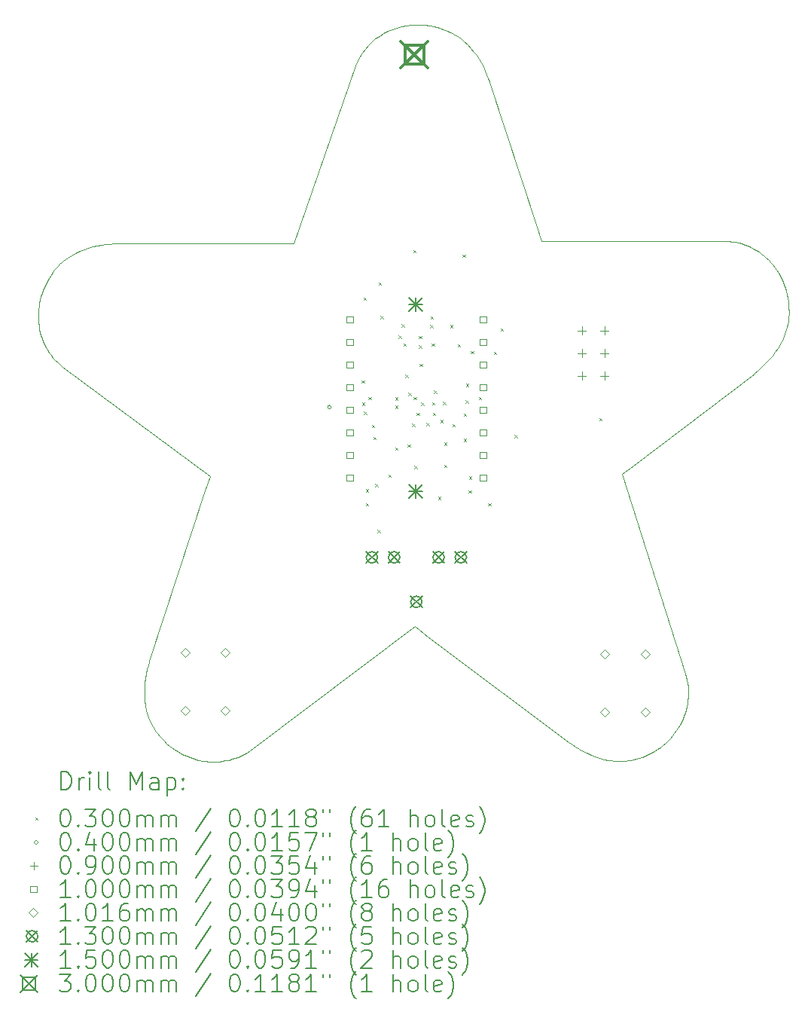
<source format=gbr>
%TF.GenerationSoftware,KiCad,Pcbnew,9.0.0*%
%TF.CreationDate,2025-04-20T11:40:53+02:00*%
%TF.ProjectId,Blinkenstar,426c696e-6b65-46e7-9374-61722e6b6963,2.6*%
%TF.SameCoordinates,Original*%
%TF.FileFunction,Drillmap*%
%TF.FilePolarity,Positive*%
%FSLAX45Y45*%
G04 Gerber Fmt 4.5, Leading zero omitted, Abs format (unit mm)*
G04 Created by KiCad (PCBNEW 9.0.0) date 2025-04-20 11:40:53*
%MOMM*%
%LPD*%
G01*
G04 APERTURE LIST*
%ADD10C,0.052916*%
%ADD11C,0.200000*%
%ADD12C,0.100000*%
%ADD13C,0.101600*%
%ADD14C,0.130000*%
%ADD15C,0.150000*%
%ADD16C,0.300000*%
G04 APERTURE END LIST*
D10*
X11512528Y-4744853D02*
X11531228Y-4745531D01*
X11549971Y-4746627D01*
X11568748Y-4748144D01*
X11587554Y-4750085D01*
X11606380Y-4752450D01*
X11625219Y-4755243D01*
X11644063Y-4758465D01*
X11662905Y-4762119D01*
X11681737Y-4766206D01*
X11700553Y-4770729D01*
X11719344Y-4775689D01*
X11738103Y-4781090D01*
X11756823Y-4786932D01*
X11775495Y-4793219D01*
X11775495Y-4793230D01*
X11803647Y-4803695D01*
X11830867Y-4815071D01*
X11857173Y-4827321D01*
X11882581Y-4840403D01*
X11907111Y-4854278D01*
X11930780Y-4868907D01*
X11953605Y-4884250D01*
X11975604Y-4900268D01*
X12017195Y-4934167D01*
X12055696Y-4970289D01*
X12091248Y-5008317D01*
X12123993Y-5047934D01*
X12154072Y-5088822D01*
X12181627Y-5130666D01*
X12206800Y-5173148D01*
X12229732Y-5215952D01*
X12250566Y-5258760D01*
X12269442Y-5301257D01*
X12286504Y-5343124D01*
X12301892Y-5384046D01*
X12302400Y-5385472D01*
X12302898Y-5386901D01*
X12303383Y-5388335D01*
X12303856Y-5389772D01*
X12831927Y-7015616D01*
X12889566Y-7178469D01*
X14953792Y-7178469D01*
X14991558Y-7179535D01*
X15028711Y-7182697D01*
X15065212Y-7187895D01*
X15101024Y-7195074D01*
X15136108Y-7204175D01*
X15170425Y-7215142D01*
X15203937Y-7227916D01*
X15236606Y-7242440D01*
X15268394Y-7258658D01*
X15299260Y-7276511D01*
X15329169Y-7295942D01*
X15358080Y-7316894D01*
X15385955Y-7339309D01*
X15412757Y-7363131D01*
X15438445Y-7388300D01*
X15462983Y-7414761D01*
X15486332Y-7442456D01*
X15508453Y-7471327D01*
X15529308Y-7501316D01*
X15548858Y-7532368D01*
X15567065Y-7564423D01*
X15583890Y-7597425D01*
X15599295Y-7631317D01*
X15613242Y-7666040D01*
X15625693Y-7701538D01*
X15636607Y-7737752D01*
X15645948Y-7774627D01*
X15653677Y-7812104D01*
X15659756Y-7850125D01*
X15664145Y-7888635D01*
X15666806Y-7927574D01*
X15667702Y-7966886D01*
X15667104Y-7996903D01*
X15665339Y-8026342D01*
X15662449Y-8055206D01*
X15658478Y-8083499D01*
X15653468Y-8111224D01*
X15647464Y-8138384D01*
X15640508Y-8164985D01*
X15632643Y-8191028D01*
X15623912Y-8216519D01*
X15614358Y-8241460D01*
X15604025Y-8265855D01*
X15592956Y-8289707D01*
X15581193Y-8313021D01*
X15568780Y-8335800D01*
X15542175Y-8379767D01*
X15513486Y-8421637D01*
X15483059Y-8461439D01*
X15451237Y-8499203D01*
X15418365Y-8534956D01*
X15384789Y-8568729D01*
X15350853Y-8600549D01*
X15316902Y-8630447D01*
X15283281Y-8658451D01*
X15282154Y-8659358D01*
X15281021Y-8660257D01*
X15279881Y-8661146D01*
X15278734Y-8662027D01*
X13918042Y-9696961D01*
X13788840Y-9794681D01*
X14502181Y-12032436D01*
X14502181Y-12032383D01*
X14513008Y-12069876D01*
X14521702Y-12107464D01*
X14528299Y-12145087D01*
X14532839Y-12182688D01*
X14535359Y-12220207D01*
X14535897Y-12257585D01*
X14534491Y-12294764D01*
X14531180Y-12331683D01*
X14526000Y-12368284D01*
X14518991Y-12404509D01*
X14510189Y-12440297D01*
X14499634Y-12475591D01*
X14487362Y-12510330D01*
X14473412Y-12544457D01*
X14457823Y-12577912D01*
X14440631Y-12610635D01*
X14421875Y-12642569D01*
X14401593Y-12673654D01*
X14379822Y-12703831D01*
X14356601Y-12733041D01*
X14331969Y-12761225D01*
X14305961Y-12788324D01*
X14278618Y-12814279D01*
X14249976Y-12839031D01*
X14220074Y-12862521D01*
X14188949Y-12884690D01*
X14156640Y-12905480D01*
X14123185Y-12924830D01*
X14088621Y-12942682D01*
X14052987Y-12958977D01*
X14016320Y-12973656D01*
X13978658Y-12986660D01*
X13978398Y-12986756D01*
X13949146Y-12995349D01*
X13920098Y-13002567D01*
X13891264Y-13008455D01*
X13862654Y-13013058D01*
X13834278Y-13016422D01*
X13806144Y-13018593D01*
X13778263Y-13019616D01*
X13750644Y-13019538D01*
X13723296Y-13018403D01*
X13696230Y-13016257D01*
X13669454Y-13013147D01*
X13642978Y-13009117D01*
X13590965Y-12998482D01*
X13540268Y-12984718D01*
X13490962Y-12968190D01*
X13443125Y-12949263D01*
X13396832Y-12928302D01*
X13352160Y-12905672D01*
X13309186Y-12881739D01*
X13267985Y-12856869D01*
X13228635Y-12831425D01*
X13191211Y-12805774D01*
X13190046Y-12804948D01*
X13188888Y-12804113D01*
X13187736Y-12803269D01*
X13186591Y-12802415D01*
X11609932Y-11617744D01*
X11462810Y-11504087D01*
X9642260Y-12878276D01*
X9642207Y-12878276D01*
X9610288Y-12901041D01*
X9577568Y-12921833D01*
X9544115Y-12940666D01*
X9509998Y-12957556D01*
X9475285Y-12972519D01*
X9440045Y-12985569D01*
X9404348Y-12996723D01*
X9368261Y-13005995D01*
X9331853Y-13013401D01*
X9295194Y-13018955D01*
X9258351Y-13022675D01*
X9221394Y-13024573D01*
X9184391Y-13024667D01*
X9147410Y-13022972D01*
X9110522Y-13019502D01*
X9073794Y-13014273D01*
X9037295Y-13007300D01*
X9001093Y-12998599D01*
X8965259Y-12988186D01*
X8929859Y-12976074D01*
X8894963Y-12962280D01*
X8860640Y-12946820D01*
X8826958Y-12929707D01*
X8793987Y-12910958D01*
X8761794Y-12890588D01*
X8730448Y-12868613D01*
X8700019Y-12845047D01*
X8670574Y-12819906D01*
X8642183Y-12793206D01*
X8614915Y-12764961D01*
X8588837Y-12735187D01*
X8564019Y-12703899D01*
X8546115Y-12679131D01*
X8529595Y-12654093D01*
X8514419Y-12628811D01*
X8500547Y-12603307D01*
X8487937Y-12577607D01*
X8476549Y-12551736D01*
X8466342Y-12525716D01*
X8457275Y-12499574D01*
X8442402Y-12447018D01*
X8431603Y-12394261D01*
X8424553Y-12341500D01*
X8420927Y-12288928D01*
X8420400Y-12236742D01*
X8422646Y-12185137D01*
X8427339Y-12134307D01*
X8434155Y-12084447D01*
X8442769Y-12035753D01*
X8452854Y-11988420D01*
X8464086Y-11942642D01*
X8476139Y-11898615D01*
X8476610Y-11896999D01*
X8477096Y-11895387D01*
X8477597Y-11893779D01*
X8478113Y-11892176D01*
X9103852Y-9979415D01*
X9156914Y-9818990D01*
X7504529Y-8588730D01*
X7504582Y-8588730D01*
X7474589Y-8565080D01*
X7446318Y-8540113D01*
X7419767Y-8513897D01*
X7394936Y-8486503D01*
X7371823Y-8457999D01*
X7350427Y-8428455D01*
X7330747Y-8397940D01*
X7312782Y-8366525D01*
X7296530Y-8334278D01*
X7281990Y-8301268D01*
X7269162Y-8267566D01*
X7258043Y-8233240D01*
X7248634Y-8198360D01*
X7240932Y-8162996D01*
X7234936Y-8127216D01*
X7230646Y-8091091D01*
X7228061Y-8054690D01*
X7227178Y-8018082D01*
X7227997Y-7981336D01*
X7230516Y-7944522D01*
X7234736Y-7907710D01*
X7240653Y-7870969D01*
X7248268Y-7834368D01*
X7257578Y-7797977D01*
X7268584Y-7761864D01*
X7281283Y-7726101D01*
X7295675Y-7690755D01*
X7311758Y-7655897D01*
X7329532Y-7621596D01*
X7348994Y-7587921D01*
X7370144Y-7554942D01*
X7392981Y-7522728D01*
X7411519Y-7498850D01*
X7430664Y-7476165D01*
X7450383Y-7454644D01*
X7470643Y-7434257D01*
X7491411Y-7414973D01*
X7512653Y-7396762D01*
X7556427Y-7363442D01*
X7601699Y-7334056D01*
X7648201Y-7308364D01*
X7695667Y-7286126D01*
X7743832Y-7267103D01*
X7792428Y-7251054D01*
X7841188Y-7237740D01*
X7889847Y-7226921D01*
X7938138Y-7218356D01*
X7985795Y-7211807D01*
X8032550Y-7207032D01*
X8078137Y-7203792D01*
X8122291Y-7201848D01*
X8123802Y-7201805D01*
X8125314Y-7201776D01*
X8126825Y-7201759D01*
X8128337Y-7201755D01*
X9863383Y-7204173D01*
X9864268Y-7204507D01*
X9865151Y-7204845D01*
X10098438Y-7204845D01*
X10795864Y-5207551D01*
X10805791Y-5180950D01*
X10816754Y-5155047D01*
X10828721Y-5129851D01*
X10841662Y-5105371D01*
X10855546Y-5081615D01*
X10870343Y-5058591D01*
X10902553Y-5014775D01*
X10938048Y-4973990D01*
X10976582Y-4936303D01*
X11017911Y-4901782D01*
X11061790Y-4870495D01*
X11107975Y-4842508D01*
X11156221Y-4817890D01*
X11206283Y-4796708D01*
X11257917Y-4779029D01*
X11310878Y-4764920D01*
X11364920Y-4754451D01*
X11419801Y-4747687D01*
X11475274Y-4744696D01*
X11475286Y-4744747D01*
X11493879Y-4744593D01*
X11512528Y-4744853D01*
D11*
D12*
X10865000Y-8740000D02*
X10895000Y-8770000D01*
X10895000Y-8740000D02*
X10865000Y-8770000D01*
X10870000Y-8990000D02*
X10900000Y-9020000D01*
X10900000Y-8990000D02*
X10870000Y-9020000D01*
X10885000Y-7810000D02*
X10915000Y-7840000D01*
X10915000Y-7810000D02*
X10885000Y-7840000D01*
X10887500Y-9092500D02*
X10917500Y-9122500D01*
X10917500Y-9092500D02*
X10887500Y-9122500D01*
X10910000Y-9965000D02*
X10940000Y-9995000D01*
X10940000Y-9965000D02*
X10910000Y-9995000D01*
X10910000Y-10120000D02*
X10940000Y-10150000D01*
X10940000Y-10120000D02*
X10910000Y-10150000D01*
X10940000Y-8925000D02*
X10970000Y-8955000D01*
X10970000Y-8925000D02*
X10940000Y-8955000D01*
X10980000Y-9240000D02*
X11010000Y-9270000D01*
X11010000Y-9240000D02*
X10980000Y-9270000D01*
X10995000Y-9375000D02*
X11025000Y-9405000D01*
X11025000Y-9375000D02*
X10995000Y-9405000D01*
X11015000Y-9905000D02*
X11045000Y-9935000D01*
X11045000Y-9905000D02*
X11015000Y-9935000D01*
X11040000Y-10420000D02*
X11070000Y-10450000D01*
X11070000Y-10420000D02*
X11040000Y-10450000D01*
X11055000Y-7640000D02*
X11085000Y-7670000D01*
X11085000Y-7640000D02*
X11055000Y-7670000D01*
X11075000Y-8014911D02*
X11105000Y-8044911D01*
X11105000Y-8014911D02*
X11075000Y-8044911D01*
X11165000Y-9800000D02*
X11195000Y-9830000D01*
X11195000Y-9800000D02*
X11165000Y-9830000D01*
X11240000Y-8930000D02*
X11270000Y-8960000D01*
X11270000Y-8930000D02*
X11240000Y-8960000D01*
X11240000Y-9025000D02*
X11270000Y-9055000D01*
X11270000Y-9025000D02*
X11240000Y-9055000D01*
X11240000Y-9495000D02*
X11270000Y-9525000D01*
X11270000Y-9495000D02*
X11240000Y-9525000D01*
X11280000Y-8235000D02*
X11310000Y-8265000D01*
X11310000Y-8235000D02*
X11280000Y-8265000D01*
X11315000Y-8110000D02*
X11345000Y-8140000D01*
X11345000Y-8110000D02*
X11315000Y-8140000D01*
X11335000Y-8325000D02*
X11365000Y-8355000D01*
X11365000Y-8325000D02*
X11335000Y-8355000D01*
X11355000Y-8674900D02*
X11385000Y-8704900D01*
X11385000Y-8674900D02*
X11355000Y-8704900D01*
X11380000Y-9460000D02*
X11410000Y-9490000D01*
X11410000Y-9460000D02*
X11380000Y-9490000D01*
X11390000Y-8880000D02*
X11420000Y-8910000D01*
X11420000Y-8880000D02*
X11390000Y-8910000D01*
X11430000Y-9225000D02*
X11460000Y-9255000D01*
X11460000Y-9225000D02*
X11430000Y-9255000D01*
X11445000Y-7275000D02*
X11475000Y-7305000D01*
X11475000Y-7275000D02*
X11445000Y-7305000D01*
X11450000Y-8925000D02*
X11480000Y-8955000D01*
X11480000Y-8925000D02*
X11450000Y-8955000D01*
X11455515Y-9700000D02*
X11485515Y-9730000D01*
X11485515Y-9700000D02*
X11455515Y-9730000D01*
X11480000Y-9105000D02*
X11510000Y-9135000D01*
X11510000Y-9105000D02*
X11480000Y-9135000D01*
X11507404Y-8240000D02*
X11537404Y-8270000D01*
X11537404Y-8240000D02*
X11507404Y-8270000D01*
X11507404Y-8347500D02*
X11537404Y-8377500D01*
X11537404Y-8347500D02*
X11507404Y-8377500D01*
X11515000Y-8552500D02*
X11545000Y-8582500D01*
X11545000Y-8552500D02*
X11515000Y-8582500D01*
X11535000Y-8990000D02*
X11565000Y-9020000D01*
X11565000Y-8990000D02*
X11535000Y-9020000D01*
X11592240Y-9220000D02*
X11622240Y-9250000D01*
X11622240Y-9220000D02*
X11592240Y-9250000D01*
X11635000Y-8115546D02*
X11665000Y-8145546D01*
X11665000Y-8115546D02*
X11635000Y-8145546D01*
X11640000Y-8020000D02*
X11670000Y-8050000D01*
X11670000Y-8020000D02*
X11640000Y-8050000D01*
X11650000Y-8325000D02*
X11680000Y-8355000D01*
X11680000Y-8325000D02*
X11650000Y-8355000D01*
X11655000Y-8985000D02*
X11685000Y-9015000D01*
X11685000Y-8985000D02*
X11655000Y-9015000D01*
X11665000Y-9105000D02*
X11695000Y-9135000D01*
X11695000Y-9105000D02*
X11665000Y-9135000D01*
X11675100Y-8855100D02*
X11705100Y-8885100D01*
X11705100Y-8855100D02*
X11675100Y-8885100D01*
X11725000Y-10050000D02*
X11755000Y-10080000D01*
X11755000Y-10050000D02*
X11725000Y-10080000D01*
X11750000Y-9185000D02*
X11780000Y-9215000D01*
X11780000Y-9185000D02*
X11750000Y-9215000D01*
X11780000Y-8980000D02*
X11810000Y-9010000D01*
X11810000Y-8980000D02*
X11780000Y-9010000D01*
X11790000Y-9440000D02*
X11820000Y-9470000D01*
X11820000Y-9440000D02*
X11790000Y-9470000D01*
X11790000Y-9690000D02*
X11820000Y-9720000D01*
X11820000Y-9690000D02*
X11790000Y-9720000D01*
X11860000Y-8115546D02*
X11890000Y-8145546D01*
X11890000Y-8115546D02*
X11860000Y-8145546D01*
X11885000Y-9230000D02*
X11915000Y-9260000D01*
X11915000Y-9230000D02*
X11885000Y-9260000D01*
X11945000Y-8335000D02*
X11975000Y-8365000D01*
X11975000Y-8335000D02*
X11945000Y-8365000D01*
X11998659Y-7326341D02*
X12028659Y-7356341D01*
X12028659Y-7326341D02*
X11998659Y-7356341D01*
X12010000Y-9395000D02*
X12040000Y-9425000D01*
X12040000Y-9395000D02*
X12010000Y-9425000D01*
X12012877Y-9112123D02*
X12042877Y-9142123D01*
X12042877Y-9112123D02*
X12012877Y-9142123D01*
X12032500Y-8962500D02*
X12062500Y-8992500D01*
X12062500Y-8962500D02*
X12032500Y-8992500D01*
X12037500Y-8777500D02*
X12067500Y-8807500D01*
X12067500Y-8777500D02*
X12037500Y-8807500D01*
X12065000Y-9975000D02*
X12095000Y-10005000D01*
X12095000Y-9975000D02*
X12065000Y-10005000D01*
X12070000Y-9817646D02*
X12100000Y-9847646D01*
X12100000Y-9817646D02*
X12070000Y-9847646D01*
X12090000Y-8410000D02*
X12120000Y-8440000D01*
X12120000Y-8410000D02*
X12090000Y-8440000D01*
X12179174Y-8928235D02*
X12209174Y-8958235D01*
X12209174Y-8928235D02*
X12179174Y-8958235D01*
X12285000Y-10120000D02*
X12315000Y-10150000D01*
X12315000Y-10120000D02*
X12285000Y-10150000D01*
X12350000Y-8420000D02*
X12380000Y-8450000D01*
X12380000Y-8420000D02*
X12350000Y-8450000D01*
X12425000Y-8155000D02*
X12455000Y-8185000D01*
X12455000Y-8155000D02*
X12425000Y-8185000D01*
X12585000Y-9355000D02*
X12615000Y-9385000D01*
X12615000Y-9355000D02*
X12585000Y-9385000D01*
X13535000Y-9165000D02*
X13565000Y-9195000D01*
X13565000Y-9165000D02*
X13535000Y-9195000D01*
X10520000Y-9040000D02*
G75*
G02*
X10480000Y-9040000I-20000J0D01*
G01*
X10480000Y-9040000D02*
G75*
G02*
X10520000Y-9040000I20000J0D01*
G01*
X13341000Y-8135000D02*
X13341000Y-8225000D01*
X13296000Y-8180000D02*
X13386000Y-8180000D01*
X13341000Y-8389000D02*
X13341000Y-8479000D01*
X13296000Y-8434000D02*
X13386000Y-8434000D01*
X13341000Y-8643000D02*
X13341000Y-8733000D01*
X13296000Y-8688000D02*
X13386000Y-8688000D01*
X13595000Y-8135000D02*
X13595000Y-8225000D01*
X13550000Y-8180000D02*
X13640000Y-8180000D01*
X13595000Y-8389000D02*
X13595000Y-8479000D01*
X13550000Y-8434000D02*
X13640000Y-8434000D01*
X13595000Y-8643000D02*
X13595000Y-8733000D01*
X13550000Y-8688000D02*
X13640000Y-8688000D01*
X10764761Y-8090002D02*
X10764761Y-8019290D01*
X10694050Y-8019290D01*
X10694050Y-8090002D01*
X10764761Y-8090002D01*
X10764761Y-8344002D02*
X10764761Y-8273290D01*
X10694050Y-8273290D01*
X10694050Y-8344002D01*
X10764761Y-8344002D01*
X10764761Y-8598002D02*
X10764761Y-8527290D01*
X10694050Y-8527290D01*
X10694050Y-8598002D01*
X10764761Y-8598002D01*
X10764761Y-8852002D02*
X10764761Y-8781290D01*
X10694050Y-8781290D01*
X10694050Y-8852002D01*
X10764761Y-8852002D01*
X10764761Y-9106002D02*
X10764761Y-9035290D01*
X10694050Y-9035290D01*
X10694050Y-9106002D01*
X10764761Y-9106002D01*
X10764761Y-9360002D02*
X10764761Y-9289290D01*
X10694050Y-9289290D01*
X10694050Y-9360002D01*
X10764761Y-9360002D01*
X10764761Y-9614002D02*
X10764761Y-9543290D01*
X10694050Y-9543290D01*
X10694050Y-9614002D01*
X10764761Y-9614002D01*
X10764761Y-9868002D02*
X10764761Y-9797290D01*
X10694050Y-9797290D01*
X10694050Y-9868002D01*
X10764761Y-9868002D01*
X12264761Y-8090002D02*
X12264761Y-8019290D01*
X12194050Y-8019290D01*
X12194050Y-8090002D01*
X12264761Y-8090002D01*
X12264761Y-8344002D02*
X12264761Y-8273290D01*
X12194050Y-8273290D01*
X12194050Y-8344002D01*
X12264761Y-8344002D01*
X12264761Y-8598002D02*
X12264761Y-8527290D01*
X12194050Y-8527290D01*
X12194050Y-8598002D01*
X12264761Y-8598002D01*
X12264761Y-8852002D02*
X12264761Y-8781290D01*
X12194050Y-8781290D01*
X12194050Y-8852002D01*
X12264761Y-8852002D01*
X12264761Y-9106002D02*
X12264761Y-9035290D01*
X12194050Y-9035290D01*
X12194050Y-9106002D01*
X12264761Y-9106002D01*
X12264761Y-9360002D02*
X12264761Y-9289290D01*
X12194050Y-9289290D01*
X12194050Y-9360002D01*
X12264761Y-9360002D01*
X12264761Y-9614002D02*
X12264761Y-9543290D01*
X12194050Y-9543290D01*
X12194050Y-9614002D01*
X12264761Y-9614002D01*
X12264761Y-9868002D02*
X12264761Y-9797290D01*
X12194050Y-9797290D01*
X12194050Y-9868002D01*
X12264761Y-9868002D01*
D13*
X8876726Y-11850576D02*
X8927526Y-11799776D01*
X8876726Y-11748976D01*
X8825926Y-11799776D01*
X8876726Y-11850576D01*
X8876726Y-12500816D02*
X8927526Y-12450016D01*
X8876726Y-12399216D01*
X8825926Y-12450016D01*
X8876726Y-12500816D01*
X9328846Y-11850576D02*
X9379646Y-11799776D01*
X9328846Y-11748976D01*
X9278046Y-11799776D01*
X9328846Y-11850576D01*
X9328846Y-12500816D02*
X9379646Y-12450016D01*
X9328846Y-12399216D01*
X9278046Y-12450016D01*
X9328846Y-12500816D01*
X13597785Y-11865456D02*
X13648585Y-11814656D01*
X13597785Y-11763856D01*
X13546985Y-11814656D01*
X13597785Y-11865456D01*
X13597785Y-12515696D02*
X13648585Y-12464896D01*
X13597785Y-12414096D01*
X13546985Y-12464896D01*
X13597785Y-12515696D01*
X14049905Y-11865456D02*
X14100705Y-11814656D01*
X14049905Y-11763856D01*
X13999105Y-11814656D01*
X14049905Y-11865456D01*
X14049905Y-12515696D02*
X14100705Y-12464896D01*
X14049905Y-12414096D01*
X13999105Y-12464896D01*
X14049905Y-12515696D01*
D14*
X10914406Y-10664646D02*
X11044406Y-10794646D01*
X11044406Y-10664646D02*
X10914406Y-10794646D01*
X11044406Y-10729646D02*
G75*
G02*
X10914406Y-10729646I-65000J0D01*
G01*
X10914406Y-10729646D02*
G75*
G02*
X11044406Y-10729646I65000J0D01*
G01*
X11164406Y-10664646D02*
X11294405Y-10794646D01*
X11294405Y-10664646D02*
X11164406Y-10794646D01*
X11294405Y-10729646D02*
G75*
G02*
X11164406Y-10729646I-65000J0D01*
G01*
X11164406Y-10729646D02*
G75*
G02*
X11294405Y-10729646I65000J0D01*
G01*
X11414405Y-11164646D02*
X11544405Y-11294646D01*
X11544405Y-11164646D02*
X11414405Y-11294646D01*
X11544405Y-11229646D02*
G75*
G02*
X11414405Y-11229646I-65000J0D01*
G01*
X11414405Y-11229646D02*
G75*
G02*
X11544405Y-11229646I65000J0D01*
G01*
X11664405Y-10664646D02*
X11794405Y-10794646D01*
X11794405Y-10664646D02*
X11664405Y-10794646D01*
X11794405Y-10729646D02*
G75*
G02*
X11664405Y-10729646I-65000J0D01*
G01*
X11664405Y-10729646D02*
G75*
G02*
X11794405Y-10729646I65000J0D01*
G01*
X11914405Y-10664646D02*
X12044405Y-10794646D01*
X12044405Y-10664646D02*
X11914405Y-10794646D01*
X12044405Y-10729646D02*
G75*
G02*
X11914405Y-10729646I-65000J0D01*
G01*
X11914405Y-10729646D02*
G75*
G02*
X12044405Y-10729646I65000J0D01*
G01*
D15*
X11395515Y-7813058D02*
X11545515Y-7963058D01*
X11545515Y-7813058D02*
X11395515Y-7963058D01*
X11470515Y-7813058D02*
X11470515Y-7963058D01*
X11395515Y-7888058D02*
X11545515Y-7888058D01*
X11395515Y-9913058D02*
X11545515Y-10063058D01*
X11545515Y-9913058D02*
X11395515Y-10063058D01*
X11470515Y-9913058D02*
X11470515Y-10063058D01*
X11395515Y-9988058D02*
X11545515Y-9988058D01*
D16*
X11305000Y-4930000D02*
X11605000Y-5230000D01*
X11605000Y-4930000D02*
X11305000Y-5230000D01*
X11561067Y-5186067D02*
X11561067Y-4973933D01*
X11348933Y-4973933D01*
X11348933Y-5186067D01*
X11561067Y-5186067D01*
D11*
X7485309Y-13338797D02*
X7485309Y-13138797D01*
X7485309Y-13138797D02*
X7532928Y-13138797D01*
X7532928Y-13138797D02*
X7561499Y-13148321D01*
X7561499Y-13148321D02*
X7580547Y-13167368D01*
X7580547Y-13167368D02*
X7590071Y-13186416D01*
X7590071Y-13186416D02*
X7599594Y-13224511D01*
X7599594Y-13224511D02*
X7599594Y-13253083D01*
X7599594Y-13253083D02*
X7590071Y-13291178D01*
X7590071Y-13291178D02*
X7580547Y-13310226D01*
X7580547Y-13310226D02*
X7561499Y-13329273D01*
X7561499Y-13329273D02*
X7532928Y-13338797D01*
X7532928Y-13338797D02*
X7485309Y-13338797D01*
X7685309Y-13338797D02*
X7685309Y-13205464D01*
X7685309Y-13243559D02*
X7694832Y-13224511D01*
X7694832Y-13224511D02*
X7704356Y-13214987D01*
X7704356Y-13214987D02*
X7723404Y-13205464D01*
X7723404Y-13205464D02*
X7742452Y-13205464D01*
X7809118Y-13338797D02*
X7809118Y-13205464D01*
X7809118Y-13138797D02*
X7799594Y-13148321D01*
X7799594Y-13148321D02*
X7809118Y-13157845D01*
X7809118Y-13157845D02*
X7818642Y-13148321D01*
X7818642Y-13148321D02*
X7809118Y-13138797D01*
X7809118Y-13138797D02*
X7809118Y-13157845D01*
X7932928Y-13338797D02*
X7913880Y-13329273D01*
X7913880Y-13329273D02*
X7904356Y-13310226D01*
X7904356Y-13310226D02*
X7904356Y-13138797D01*
X8037690Y-13338797D02*
X8018642Y-13329273D01*
X8018642Y-13329273D02*
X8009118Y-13310226D01*
X8009118Y-13310226D02*
X8009118Y-13138797D01*
X8266261Y-13338797D02*
X8266261Y-13138797D01*
X8266261Y-13138797D02*
X8332928Y-13281654D01*
X8332928Y-13281654D02*
X8399594Y-13138797D01*
X8399594Y-13138797D02*
X8399594Y-13338797D01*
X8580547Y-13338797D02*
X8580547Y-13234035D01*
X8580547Y-13234035D02*
X8571023Y-13214987D01*
X8571023Y-13214987D02*
X8551975Y-13205464D01*
X8551975Y-13205464D02*
X8513880Y-13205464D01*
X8513880Y-13205464D02*
X8494833Y-13214987D01*
X8580547Y-13329273D02*
X8561499Y-13338797D01*
X8561499Y-13338797D02*
X8513880Y-13338797D01*
X8513880Y-13338797D02*
X8494833Y-13329273D01*
X8494833Y-13329273D02*
X8485309Y-13310226D01*
X8485309Y-13310226D02*
X8485309Y-13291178D01*
X8485309Y-13291178D02*
X8494833Y-13272130D01*
X8494833Y-13272130D02*
X8513880Y-13262607D01*
X8513880Y-13262607D02*
X8561499Y-13262607D01*
X8561499Y-13262607D02*
X8580547Y-13253083D01*
X8675785Y-13205464D02*
X8675785Y-13405464D01*
X8675785Y-13214987D02*
X8694833Y-13205464D01*
X8694833Y-13205464D02*
X8732928Y-13205464D01*
X8732928Y-13205464D02*
X8751975Y-13214987D01*
X8751975Y-13214987D02*
X8761499Y-13224511D01*
X8761499Y-13224511D02*
X8771023Y-13243559D01*
X8771023Y-13243559D02*
X8771023Y-13300702D01*
X8771023Y-13300702D02*
X8761499Y-13319749D01*
X8761499Y-13319749D02*
X8751975Y-13329273D01*
X8751975Y-13329273D02*
X8732928Y-13338797D01*
X8732928Y-13338797D02*
X8694833Y-13338797D01*
X8694833Y-13338797D02*
X8675785Y-13329273D01*
X8856737Y-13319749D02*
X8866261Y-13329273D01*
X8866261Y-13329273D02*
X8856737Y-13338797D01*
X8856737Y-13338797D02*
X8847214Y-13329273D01*
X8847214Y-13329273D02*
X8856737Y-13319749D01*
X8856737Y-13319749D02*
X8856737Y-13338797D01*
X8856737Y-13214987D02*
X8866261Y-13224511D01*
X8866261Y-13224511D02*
X8856737Y-13234035D01*
X8856737Y-13234035D02*
X8847214Y-13224511D01*
X8847214Y-13224511D02*
X8856737Y-13214987D01*
X8856737Y-13214987D02*
X8856737Y-13234035D01*
D12*
X7194532Y-13652313D02*
X7224532Y-13682313D01*
X7224532Y-13652313D02*
X7194532Y-13682313D01*
D11*
X7523404Y-13558797D02*
X7542452Y-13558797D01*
X7542452Y-13558797D02*
X7561499Y-13568321D01*
X7561499Y-13568321D02*
X7571023Y-13577845D01*
X7571023Y-13577845D02*
X7580547Y-13596892D01*
X7580547Y-13596892D02*
X7590071Y-13634987D01*
X7590071Y-13634987D02*
X7590071Y-13682607D01*
X7590071Y-13682607D02*
X7580547Y-13720702D01*
X7580547Y-13720702D02*
X7571023Y-13739749D01*
X7571023Y-13739749D02*
X7561499Y-13749273D01*
X7561499Y-13749273D02*
X7542452Y-13758797D01*
X7542452Y-13758797D02*
X7523404Y-13758797D01*
X7523404Y-13758797D02*
X7504356Y-13749273D01*
X7504356Y-13749273D02*
X7494832Y-13739749D01*
X7494832Y-13739749D02*
X7485309Y-13720702D01*
X7485309Y-13720702D02*
X7475785Y-13682607D01*
X7475785Y-13682607D02*
X7475785Y-13634987D01*
X7475785Y-13634987D02*
X7485309Y-13596892D01*
X7485309Y-13596892D02*
X7494832Y-13577845D01*
X7494832Y-13577845D02*
X7504356Y-13568321D01*
X7504356Y-13568321D02*
X7523404Y-13558797D01*
X7675785Y-13739749D02*
X7685309Y-13749273D01*
X7685309Y-13749273D02*
X7675785Y-13758797D01*
X7675785Y-13758797D02*
X7666261Y-13749273D01*
X7666261Y-13749273D02*
X7675785Y-13739749D01*
X7675785Y-13739749D02*
X7675785Y-13758797D01*
X7751975Y-13558797D02*
X7875785Y-13558797D01*
X7875785Y-13558797D02*
X7809118Y-13634987D01*
X7809118Y-13634987D02*
X7837690Y-13634987D01*
X7837690Y-13634987D02*
X7856737Y-13644511D01*
X7856737Y-13644511D02*
X7866261Y-13654035D01*
X7866261Y-13654035D02*
X7875785Y-13673083D01*
X7875785Y-13673083D02*
X7875785Y-13720702D01*
X7875785Y-13720702D02*
X7866261Y-13739749D01*
X7866261Y-13739749D02*
X7856737Y-13749273D01*
X7856737Y-13749273D02*
X7837690Y-13758797D01*
X7837690Y-13758797D02*
X7780547Y-13758797D01*
X7780547Y-13758797D02*
X7761499Y-13749273D01*
X7761499Y-13749273D02*
X7751975Y-13739749D01*
X7999594Y-13558797D02*
X8018642Y-13558797D01*
X8018642Y-13558797D02*
X8037690Y-13568321D01*
X8037690Y-13568321D02*
X8047213Y-13577845D01*
X8047213Y-13577845D02*
X8056737Y-13596892D01*
X8056737Y-13596892D02*
X8066261Y-13634987D01*
X8066261Y-13634987D02*
X8066261Y-13682607D01*
X8066261Y-13682607D02*
X8056737Y-13720702D01*
X8056737Y-13720702D02*
X8047213Y-13739749D01*
X8047213Y-13739749D02*
X8037690Y-13749273D01*
X8037690Y-13749273D02*
X8018642Y-13758797D01*
X8018642Y-13758797D02*
X7999594Y-13758797D01*
X7999594Y-13758797D02*
X7980547Y-13749273D01*
X7980547Y-13749273D02*
X7971023Y-13739749D01*
X7971023Y-13739749D02*
X7961499Y-13720702D01*
X7961499Y-13720702D02*
X7951975Y-13682607D01*
X7951975Y-13682607D02*
X7951975Y-13634987D01*
X7951975Y-13634987D02*
X7961499Y-13596892D01*
X7961499Y-13596892D02*
X7971023Y-13577845D01*
X7971023Y-13577845D02*
X7980547Y-13568321D01*
X7980547Y-13568321D02*
X7999594Y-13558797D01*
X8190071Y-13558797D02*
X8209118Y-13558797D01*
X8209118Y-13558797D02*
X8228166Y-13568321D01*
X8228166Y-13568321D02*
X8237690Y-13577845D01*
X8237690Y-13577845D02*
X8247213Y-13596892D01*
X8247213Y-13596892D02*
X8256737Y-13634987D01*
X8256737Y-13634987D02*
X8256737Y-13682607D01*
X8256737Y-13682607D02*
X8247213Y-13720702D01*
X8247213Y-13720702D02*
X8237690Y-13739749D01*
X8237690Y-13739749D02*
X8228166Y-13749273D01*
X8228166Y-13749273D02*
X8209118Y-13758797D01*
X8209118Y-13758797D02*
X8190071Y-13758797D01*
X8190071Y-13758797D02*
X8171023Y-13749273D01*
X8171023Y-13749273D02*
X8161499Y-13739749D01*
X8161499Y-13739749D02*
X8151975Y-13720702D01*
X8151975Y-13720702D02*
X8142452Y-13682607D01*
X8142452Y-13682607D02*
X8142452Y-13634987D01*
X8142452Y-13634987D02*
X8151975Y-13596892D01*
X8151975Y-13596892D02*
X8161499Y-13577845D01*
X8161499Y-13577845D02*
X8171023Y-13568321D01*
X8171023Y-13568321D02*
X8190071Y-13558797D01*
X8342452Y-13758797D02*
X8342452Y-13625464D01*
X8342452Y-13644511D02*
X8351975Y-13634987D01*
X8351975Y-13634987D02*
X8371023Y-13625464D01*
X8371023Y-13625464D02*
X8399595Y-13625464D01*
X8399595Y-13625464D02*
X8418642Y-13634987D01*
X8418642Y-13634987D02*
X8428166Y-13654035D01*
X8428166Y-13654035D02*
X8428166Y-13758797D01*
X8428166Y-13654035D02*
X8437690Y-13634987D01*
X8437690Y-13634987D02*
X8456737Y-13625464D01*
X8456737Y-13625464D02*
X8485309Y-13625464D01*
X8485309Y-13625464D02*
X8504356Y-13634987D01*
X8504356Y-13634987D02*
X8513880Y-13654035D01*
X8513880Y-13654035D02*
X8513880Y-13758797D01*
X8609118Y-13758797D02*
X8609118Y-13625464D01*
X8609118Y-13644511D02*
X8618642Y-13634987D01*
X8618642Y-13634987D02*
X8637690Y-13625464D01*
X8637690Y-13625464D02*
X8666261Y-13625464D01*
X8666261Y-13625464D02*
X8685309Y-13634987D01*
X8685309Y-13634987D02*
X8694833Y-13654035D01*
X8694833Y-13654035D02*
X8694833Y-13758797D01*
X8694833Y-13654035D02*
X8704356Y-13634987D01*
X8704356Y-13634987D02*
X8723404Y-13625464D01*
X8723404Y-13625464D02*
X8751975Y-13625464D01*
X8751975Y-13625464D02*
X8771023Y-13634987D01*
X8771023Y-13634987D02*
X8780547Y-13654035D01*
X8780547Y-13654035D02*
X8780547Y-13758797D01*
X9171023Y-13549273D02*
X8999595Y-13806416D01*
X9428166Y-13558797D02*
X9447214Y-13558797D01*
X9447214Y-13558797D02*
X9466261Y-13568321D01*
X9466261Y-13568321D02*
X9475785Y-13577845D01*
X9475785Y-13577845D02*
X9485309Y-13596892D01*
X9485309Y-13596892D02*
X9494833Y-13634987D01*
X9494833Y-13634987D02*
X9494833Y-13682607D01*
X9494833Y-13682607D02*
X9485309Y-13720702D01*
X9485309Y-13720702D02*
X9475785Y-13739749D01*
X9475785Y-13739749D02*
X9466261Y-13749273D01*
X9466261Y-13749273D02*
X9447214Y-13758797D01*
X9447214Y-13758797D02*
X9428166Y-13758797D01*
X9428166Y-13758797D02*
X9409118Y-13749273D01*
X9409118Y-13749273D02*
X9399595Y-13739749D01*
X9399595Y-13739749D02*
X9390071Y-13720702D01*
X9390071Y-13720702D02*
X9380547Y-13682607D01*
X9380547Y-13682607D02*
X9380547Y-13634987D01*
X9380547Y-13634987D02*
X9390071Y-13596892D01*
X9390071Y-13596892D02*
X9399595Y-13577845D01*
X9399595Y-13577845D02*
X9409118Y-13568321D01*
X9409118Y-13568321D02*
X9428166Y-13558797D01*
X9580547Y-13739749D02*
X9590071Y-13749273D01*
X9590071Y-13749273D02*
X9580547Y-13758797D01*
X9580547Y-13758797D02*
X9571023Y-13749273D01*
X9571023Y-13749273D02*
X9580547Y-13739749D01*
X9580547Y-13739749D02*
X9580547Y-13758797D01*
X9713880Y-13558797D02*
X9732928Y-13558797D01*
X9732928Y-13558797D02*
X9751976Y-13568321D01*
X9751976Y-13568321D02*
X9761499Y-13577845D01*
X9761499Y-13577845D02*
X9771023Y-13596892D01*
X9771023Y-13596892D02*
X9780547Y-13634987D01*
X9780547Y-13634987D02*
X9780547Y-13682607D01*
X9780547Y-13682607D02*
X9771023Y-13720702D01*
X9771023Y-13720702D02*
X9761499Y-13739749D01*
X9761499Y-13739749D02*
X9751976Y-13749273D01*
X9751976Y-13749273D02*
X9732928Y-13758797D01*
X9732928Y-13758797D02*
X9713880Y-13758797D01*
X9713880Y-13758797D02*
X9694833Y-13749273D01*
X9694833Y-13749273D02*
X9685309Y-13739749D01*
X9685309Y-13739749D02*
X9675785Y-13720702D01*
X9675785Y-13720702D02*
X9666261Y-13682607D01*
X9666261Y-13682607D02*
X9666261Y-13634987D01*
X9666261Y-13634987D02*
X9675785Y-13596892D01*
X9675785Y-13596892D02*
X9685309Y-13577845D01*
X9685309Y-13577845D02*
X9694833Y-13568321D01*
X9694833Y-13568321D02*
X9713880Y-13558797D01*
X9971023Y-13758797D02*
X9856738Y-13758797D01*
X9913880Y-13758797D02*
X9913880Y-13558797D01*
X9913880Y-13558797D02*
X9894833Y-13587368D01*
X9894833Y-13587368D02*
X9875785Y-13606416D01*
X9875785Y-13606416D02*
X9856738Y-13615940D01*
X10161499Y-13758797D02*
X10047214Y-13758797D01*
X10104357Y-13758797D02*
X10104357Y-13558797D01*
X10104357Y-13558797D02*
X10085309Y-13587368D01*
X10085309Y-13587368D02*
X10066261Y-13606416D01*
X10066261Y-13606416D02*
X10047214Y-13615940D01*
X10275785Y-13644511D02*
X10256738Y-13634987D01*
X10256738Y-13634987D02*
X10247214Y-13625464D01*
X10247214Y-13625464D02*
X10237690Y-13606416D01*
X10237690Y-13606416D02*
X10237690Y-13596892D01*
X10237690Y-13596892D02*
X10247214Y-13577845D01*
X10247214Y-13577845D02*
X10256738Y-13568321D01*
X10256738Y-13568321D02*
X10275785Y-13558797D01*
X10275785Y-13558797D02*
X10313880Y-13558797D01*
X10313880Y-13558797D02*
X10332928Y-13568321D01*
X10332928Y-13568321D02*
X10342452Y-13577845D01*
X10342452Y-13577845D02*
X10351976Y-13596892D01*
X10351976Y-13596892D02*
X10351976Y-13606416D01*
X10351976Y-13606416D02*
X10342452Y-13625464D01*
X10342452Y-13625464D02*
X10332928Y-13634987D01*
X10332928Y-13634987D02*
X10313880Y-13644511D01*
X10313880Y-13644511D02*
X10275785Y-13644511D01*
X10275785Y-13644511D02*
X10256738Y-13654035D01*
X10256738Y-13654035D02*
X10247214Y-13663559D01*
X10247214Y-13663559D02*
X10237690Y-13682607D01*
X10237690Y-13682607D02*
X10237690Y-13720702D01*
X10237690Y-13720702D02*
X10247214Y-13739749D01*
X10247214Y-13739749D02*
X10256738Y-13749273D01*
X10256738Y-13749273D02*
X10275785Y-13758797D01*
X10275785Y-13758797D02*
X10313880Y-13758797D01*
X10313880Y-13758797D02*
X10332928Y-13749273D01*
X10332928Y-13749273D02*
X10342452Y-13739749D01*
X10342452Y-13739749D02*
X10351976Y-13720702D01*
X10351976Y-13720702D02*
X10351976Y-13682607D01*
X10351976Y-13682607D02*
X10342452Y-13663559D01*
X10342452Y-13663559D02*
X10332928Y-13654035D01*
X10332928Y-13654035D02*
X10313880Y-13644511D01*
X10428166Y-13558797D02*
X10428166Y-13596892D01*
X10504357Y-13558797D02*
X10504357Y-13596892D01*
X10799595Y-13834987D02*
X10790071Y-13825464D01*
X10790071Y-13825464D02*
X10771023Y-13796892D01*
X10771023Y-13796892D02*
X10761500Y-13777845D01*
X10761500Y-13777845D02*
X10751976Y-13749273D01*
X10751976Y-13749273D02*
X10742452Y-13701654D01*
X10742452Y-13701654D02*
X10742452Y-13663559D01*
X10742452Y-13663559D02*
X10751976Y-13615940D01*
X10751976Y-13615940D02*
X10761500Y-13587368D01*
X10761500Y-13587368D02*
X10771023Y-13568321D01*
X10771023Y-13568321D02*
X10790071Y-13539749D01*
X10790071Y-13539749D02*
X10799595Y-13530226D01*
X10961500Y-13558797D02*
X10923404Y-13558797D01*
X10923404Y-13558797D02*
X10904357Y-13568321D01*
X10904357Y-13568321D02*
X10894833Y-13577845D01*
X10894833Y-13577845D02*
X10875785Y-13606416D01*
X10875785Y-13606416D02*
X10866261Y-13644511D01*
X10866261Y-13644511D02*
X10866261Y-13720702D01*
X10866261Y-13720702D02*
X10875785Y-13739749D01*
X10875785Y-13739749D02*
X10885309Y-13749273D01*
X10885309Y-13749273D02*
X10904357Y-13758797D01*
X10904357Y-13758797D02*
X10942452Y-13758797D01*
X10942452Y-13758797D02*
X10961500Y-13749273D01*
X10961500Y-13749273D02*
X10971023Y-13739749D01*
X10971023Y-13739749D02*
X10980547Y-13720702D01*
X10980547Y-13720702D02*
X10980547Y-13673083D01*
X10980547Y-13673083D02*
X10971023Y-13654035D01*
X10971023Y-13654035D02*
X10961500Y-13644511D01*
X10961500Y-13644511D02*
X10942452Y-13634987D01*
X10942452Y-13634987D02*
X10904357Y-13634987D01*
X10904357Y-13634987D02*
X10885309Y-13644511D01*
X10885309Y-13644511D02*
X10875785Y-13654035D01*
X10875785Y-13654035D02*
X10866261Y-13673083D01*
X11171023Y-13758797D02*
X11056738Y-13758797D01*
X11113880Y-13758797D02*
X11113880Y-13558797D01*
X11113880Y-13558797D02*
X11094833Y-13587368D01*
X11094833Y-13587368D02*
X11075785Y-13606416D01*
X11075785Y-13606416D02*
X11056738Y-13615940D01*
X11409119Y-13758797D02*
X11409119Y-13558797D01*
X11494833Y-13758797D02*
X11494833Y-13654035D01*
X11494833Y-13654035D02*
X11485309Y-13634987D01*
X11485309Y-13634987D02*
X11466261Y-13625464D01*
X11466261Y-13625464D02*
X11437690Y-13625464D01*
X11437690Y-13625464D02*
X11418642Y-13634987D01*
X11418642Y-13634987D02*
X11409119Y-13644511D01*
X11618642Y-13758797D02*
X11599595Y-13749273D01*
X11599595Y-13749273D02*
X11590071Y-13739749D01*
X11590071Y-13739749D02*
X11580547Y-13720702D01*
X11580547Y-13720702D02*
X11580547Y-13663559D01*
X11580547Y-13663559D02*
X11590071Y-13644511D01*
X11590071Y-13644511D02*
X11599595Y-13634987D01*
X11599595Y-13634987D02*
X11618642Y-13625464D01*
X11618642Y-13625464D02*
X11647214Y-13625464D01*
X11647214Y-13625464D02*
X11666261Y-13634987D01*
X11666261Y-13634987D02*
X11675785Y-13644511D01*
X11675785Y-13644511D02*
X11685309Y-13663559D01*
X11685309Y-13663559D02*
X11685309Y-13720702D01*
X11685309Y-13720702D02*
X11675785Y-13739749D01*
X11675785Y-13739749D02*
X11666261Y-13749273D01*
X11666261Y-13749273D02*
X11647214Y-13758797D01*
X11647214Y-13758797D02*
X11618642Y-13758797D01*
X11799595Y-13758797D02*
X11780547Y-13749273D01*
X11780547Y-13749273D02*
X11771023Y-13730226D01*
X11771023Y-13730226D02*
X11771023Y-13558797D01*
X11951976Y-13749273D02*
X11932928Y-13758797D01*
X11932928Y-13758797D02*
X11894833Y-13758797D01*
X11894833Y-13758797D02*
X11875785Y-13749273D01*
X11875785Y-13749273D02*
X11866261Y-13730226D01*
X11866261Y-13730226D02*
X11866261Y-13654035D01*
X11866261Y-13654035D02*
X11875785Y-13634987D01*
X11875785Y-13634987D02*
X11894833Y-13625464D01*
X11894833Y-13625464D02*
X11932928Y-13625464D01*
X11932928Y-13625464D02*
X11951976Y-13634987D01*
X11951976Y-13634987D02*
X11961500Y-13654035D01*
X11961500Y-13654035D02*
X11961500Y-13673083D01*
X11961500Y-13673083D02*
X11866261Y-13692130D01*
X12037690Y-13749273D02*
X12056738Y-13758797D01*
X12056738Y-13758797D02*
X12094833Y-13758797D01*
X12094833Y-13758797D02*
X12113881Y-13749273D01*
X12113881Y-13749273D02*
X12123404Y-13730226D01*
X12123404Y-13730226D02*
X12123404Y-13720702D01*
X12123404Y-13720702D02*
X12113881Y-13701654D01*
X12113881Y-13701654D02*
X12094833Y-13692130D01*
X12094833Y-13692130D02*
X12066261Y-13692130D01*
X12066261Y-13692130D02*
X12047214Y-13682607D01*
X12047214Y-13682607D02*
X12037690Y-13663559D01*
X12037690Y-13663559D02*
X12037690Y-13654035D01*
X12037690Y-13654035D02*
X12047214Y-13634987D01*
X12047214Y-13634987D02*
X12066261Y-13625464D01*
X12066261Y-13625464D02*
X12094833Y-13625464D01*
X12094833Y-13625464D02*
X12113881Y-13634987D01*
X12190071Y-13834987D02*
X12199595Y-13825464D01*
X12199595Y-13825464D02*
X12218642Y-13796892D01*
X12218642Y-13796892D02*
X12228166Y-13777845D01*
X12228166Y-13777845D02*
X12237690Y-13749273D01*
X12237690Y-13749273D02*
X12247214Y-13701654D01*
X12247214Y-13701654D02*
X12247214Y-13663559D01*
X12247214Y-13663559D02*
X12237690Y-13615940D01*
X12237690Y-13615940D02*
X12228166Y-13587368D01*
X12228166Y-13587368D02*
X12218642Y-13568321D01*
X12218642Y-13568321D02*
X12199595Y-13539749D01*
X12199595Y-13539749D02*
X12190071Y-13530226D01*
D12*
X7224532Y-13931313D02*
G75*
G02*
X7184532Y-13931313I-20000J0D01*
G01*
X7184532Y-13931313D02*
G75*
G02*
X7224532Y-13931313I20000J0D01*
G01*
D11*
X7523404Y-13822797D02*
X7542452Y-13822797D01*
X7542452Y-13822797D02*
X7561499Y-13832321D01*
X7561499Y-13832321D02*
X7571023Y-13841845D01*
X7571023Y-13841845D02*
X7580547Y-13860892D01*
X7580547Y-13860892D02*
X7590071Y-13898987D01*
X7590071Y-13898987D02*
X7590071Y-13946607D01*
X7590071Y-13946607D02*
X7580547Y-13984702D01*
X7580547Y-13984702D02*
X7571023Y-14003749D01*
X7571023Y-14003749D02*
X7561499Y-14013273D01*
X7561499Y-14013273D02*
X7542452Y-14022797D01*
X7542452Y-14022797D02*
X7523404Y-14022797D01*
X7523404Y-14022797D02*
X7504356Y-14013273D01*
X7504356Y-14013273D02*
X7494832Y-14003749D01*
X7494832Y-14003749D02*
X7485309Y-13984702D01*
X7485309Y-13984702D02*
X7475785Y-13946607D01*
X7475785Y-13946607D02*
X7475785Y-13898987D01*
X7475785Y-13898987D02*
X7485309Y-13860892D01*
X7485309Y-13860892D02*
X7494832Y-13841845D01*
X7494832Y-13841845D02*
X7504356Y-13832321D01*
X7504356Y-13832321D02*
X7523404Y-13822797D01*
X7675785Y-14003749D02*
X7685309Y-14013273D01*
X7685309Y-14013273D02*
X7675785Y-14022797D01*
X7675785Y-14022797D02*
X7666261Y-14013273D01*
X7666261Y-14013273D02*
X7675785Y-14003749D01*
X7675785Y-14003749D02*
X7675785Y-14022797D01*
X7856737Y-13889464D02*
X7856737Y-14022797D01*
X7809118Y-13813273D02*
X7761499Y-13956130D01*
X7761499Y-13956130D02*
X7885309Y-13956130D01*
X7999594Y-13822797D02*
X8018642Y-13822797D01*
X8018642Y-13822797D02*
X8037690Y-13832321D01*
X8037690Y-13832321D02*
X8047213Y-13841845D01*
X8047213Y-13841845D02*
X8056737Y-13860892D01*
X8056737Y-13860892D02*
X8066261Y-13898987D01*
X8066261Y-13898987D02*
X8066261Y-13946607D01*
X8066261Y-13946607D02*
X8056737Y-13984702D01*
X8056737Y-13984702D02*
X8047213Y-14003749D01*
X8047213Y-14003749D02*
X8037690Y-14013273D01*
X8037690Y-14013273D02*
X8018642Y-14022797D01*
X8018642Y-14022797D02*
X7999594Y-14022797D01*
X7999594Y-14022797D02*
X7980547Y-14013273D01*
X7980547Y-14013273D02*
X7971023Y-14003749D01*
X7971023Y-14003749D02*
X7961499Y-13984702D01*
X7961499Y-13984702D02*
X7951975Y-13946607D01*
X7951975Y-13946607D02*
X7951975Y-13898987D01*
X7951975Y-13898987D02*
X7961499Y-13860892D01*
X7961499Y-13860892D02*
X7971023Y-13841845D01*
X7971023Y-13841845D02*
X7980547Y-13832321D01*
X7980547Y-13832321D02*
X7999594Y-13822797D01*
X8190071Y-13822797D02*
X8209118Y-13822797D01*
X8209118Y-13822797D02*
X8228166Y-13832321D01*
X8228166Y-13832321D02*
X8237690Y-13841845D01*
X8237690Y-13841845D02*
X8247213Y-13860892D01*
X8247213Y-13860892D02*
X8256737Y-13898987D01*
X8256737Y-13898987D02*
X8256737Y-13946607D01*
X8256737Y-13946607D02*
X8247213Y-13984702D01*
X8247213Y-13984702D02*
X8237690Y-14003749D01*
X8237690Y-14003749D02*
X8228166Y-14013273D01*
X8228166Y-14013273D02*
X8209118Y-14022797D01*
X8209118Y-14022797D02*
X8190071Y-14022797D01*
X8190071Y-14022797D02*
X8171023Y-14013273D01*
X8171023Y-14013273D02*
X8161499Y-14003749D01*
X8161499Y-14003749D02*
X8151975Y-13984702D01*
X8151975Y-13984702D02*
X8142452Y-13946607D01*
X8142452Y-13946607D02*
X8142452Y-13898987D01*
X8142452Y-13898987D02*
X8151975Y-13860892D01*
X8151975Y-13860892D02*
X8161499Y-13841845D01*
X8161499Y-13841845D02*
X8171023Y-13832321D01*
X8171023Y-13832321D02*
X8190071Y-13822797D01*
X8342452Y-14022797D02*
X8342452Y-13889464D01*
X8342452Y-13908511D02*
X8351975Y-13898987D01*
X8351975Y-13898987D02*
X8371023Y-13889464D01*
X8371023Y-13889464D02*
X8399595Y-13889464D01*
X8399595Y-13889464D02*
X8418642Y-13898987D01*
X8418642Y-13898987D02*
X8428166Y-13918035D01*
X8428166Y-13918035D02*
X8428166Y-14022797D01*
X8428166Y-13918035D02*
X8437690Y-13898987D01*
X8437690Y-13898987D02*
X8456737Y-13889464D01*
X8456737Y-13889464D02*
X8485309Y-13889464D01*
X8485309Y-13889464D02*
X8504356Y-13898987D01*
X8504356Y-13898987D02*
X8513880Y-13918035D01*
X8513880Y-13918035D02*
X8513880Y-14022797D01*
X8609118Y-14022797D02*
X8609118Y-13889464D01*
X8609118Y-13908511D02*
X8618642Y-13898987D01*
X8618642Y-13898987D02*
X8637690Y-13889464D01*
X8637690Y-13889464D02*
X8666261Y-13889464D01*
X8666261Y-13889464D02*
X8685309Y-13898987D01*
X8685309Y-13898987D02*
X8694833Y-13918035D01*
X8694833Y-13918035D02*
X8694833Y-14022797D01*
X8694833Y-13918035D02*
X8704356Y-13898987D01*
X8704356Y-13898987D02*
X8723404Y-13889464D01*
X8723404Y-13889464D02*
X8751975Y-13889464D01*
X8751975Y-13889464D02*
X8771023Y-13898987D01*
X8771023Y-13898987D02*
X8780547Y-13918035D01*
X8780547Y-13918035D02*
X8780547Y-14022797D01*
X9171023Y-13813273D02*
X8999595Y-14070416D01*
X9428166Y-13822797D02*
X9447214Y-13822797D01*
X9447214Y-13822797D02*
X9466261Y-13832321D01*
X9466261Y-13832321D02*
X9475785Y-13841845D01*
X9475785Y-13841845D02*
X9485309Y-13860892D01*
X9485309Y-13860892D02*
X9494833Y-13898987D01*
X9494833Y-13898987D02*
X9494833Y-13946607D01*
X9494833Y-13946607D02*
X9485309Y-13984702D01*
X9485309Y-13984702D02*
X9475785Y-14003749D01*
X9475785Y-14003749D02*
X9466261Y-14013273D01*
X9466261Y-14013273D02*
X9447214Y-14022797D01*
X9447214Y-14022797D02*
X9428166Y-14022797D01*
X9428166Y-14022797D02*
X9409118Y-14013273D01*
X9409118Y-14013273D02*
X9399595Y-14003749D01*
X9399595Y-14003749D02*
X9390071Y-13984702D01*
X9390071Y-13984702D02*
X9380547Y-13946607D01*
X9380547Y-13946607D02*
X9380547Y-13898987D01*
X9380547Y-13898987D02*
X9390071Y-13860892D01*
X9390071Y-13860892D02*
X9399595Y-13841845D01*
X9399595Y-13841845D02*
X9409118Y-13832321D01*
X9409118Y-13832321D02*
X9428166Y-13822797D01*
X9580547Y-14003749D02*
X9590071Y-14013273D01*
X9590071Y-14013273D02*
X9580547Y-14022797D01*
X9580547Y-14022797D02*
X9571023Y-14013273D01*
X9571023Y-14013273D02*
X9580547Y-14003749D01*
X9580547Y-14003749D02*
X9580547Y-14022797D01*
X9713880Y-13822797D02*
X9732928Y-13822797D01*
X9732928Y-13822797D02*
X9751976Y-13832321D01*
X9751976Y-13832321D02*
X9761499Y-13841845D01*
X9761499Y-13841845D02*
X9771023Y-13860892D01*
X9771023Y-13860892D02*
X9780547Y-13898987D01*
X9780547Y-13898987D02*
X9780547Y-13946607D01*
X9780547Y-13946607D02*
X9771023Y-13984702D01*
X9771023Y-13984702D02*
X9761499Y-14003749D01*
X9761499Y-14003749D02*
X9751976Y-14013273D01*
X9751976Y-14013273D02*
X9732928Y-14022797D01*
X9732928Y-14022797D02*
X9713880Y-14022797D01*
X9713880Y-14022797D02*
X9694833Y-14013273D01*
X9694833Y-14013273D02*
X9685309Y-14003749D01*
X9685309Y-14003749D02*
X9675785Y-13984702D01*
X9675785Y-13984702D02*
X9666261Y-13946607D01*
X9666261Y-13946607D02*
X9666261Y-13898987D01*
X9666261Y-13898987D02*
X9675785Y-13860892D01*
X9675785Y-13860892D02*
X9685309Y-13841845D01*
X9685309Y-13841845D02*
X9694833Y-13832321D01*
X9694833Y-13832321D02*
X9713880Y-13822797D01*
X9971023Y-14022797D02*
X9856738Y-14022797D01*
X9913880Y-14022797D02*
X9913880Y-13822797D01*
X9913880Y-13822797D02*
X9894833Y-13851368D01*
X9894833Y-13851368D02*
X9875785Y-13870416D01*
X9875785Y-13870416D02*
X9856738Y-13879940D01*
X10151976Y-13822797D02*
X10056738Y-13822797D01*
X10056738Y-13822797D02*
X10047214Y-13918035D01*
X10047214Y-13918035D02*
X10056738Y-13908511D01*
X10056738Y-13908511D02*
X10075785Y-13898987D01*
X10075785Y-13898987D02*
X10123404Y-13898987D01*
X10123404Y-13898987D02*
X10142452Y-13908511D01*
X10142452Y-13908511D02*
X10151976Y-13918035D01*
X10151976Y-13918035D02*
X10161499Y-13937083D01*
X10161499Y-13937083D02*
X10161499Y-13984702D01*
X10161499Y-13984702D02*
X10151976Y-14003749D01*
X10151976Y-14003749D02*
X10142452Y-14013273D01*
X10142452Y-14013273D02*
X10123404Y-14022797D01*
X10123404Y-14022797D02*
X10075785Y-14022797D01*
X10075785Y-14022797D02*
X10056738Y-14013273D01*
X10056738Y-14013273D02*
X10047214Y-14003749D01*
X10228166Y-13822797D02*
X10361499Y-13822797D01*
X10361499Y-13822797D02*
X10275785Y-14022797D01*
X10428166Y-13822797D02*
X10428166Y-13860892D01*
X10504357Y-13822797D02*
X10504357Y-13860892D01*
X10799595Y-14098987D02*
X10790071Y-14089464D01*
X10790071Y-14089464D02*
X10771023Y-14060892D01*
X10771023Y-14060892D02*
X10761500Y-14041845D01*
X10761500Y-14041845D02*
X10751976Y-14013273D01*
X10751976Y-14013273D02*
X10742452Y-13965654D01*
X10742452Y-13965654D02*
X10742452Y-13927559D01*
X10742452Y-13927559D02*
X10751976Y-13879940D01*
X10751976Y-13879940D02*
X10761500Y-13851368D01*
X10761500Y-13851368D02*
X10771023Y-13832321D01*
X10771023Y-13832321D02*
X10790071Y-13803749D01*
X10790071Y-13803749D02*
X10799595Y-13794226D01*
X10980547Y-14022797D02*
X10866261Y-14022797D01*
X10923404Y-14022797D02*
X10923404Y-13822797D01*
X10923404Y-13822797D02*
X10904357Y-13851368D01*
X10904357Y-13851368D02*
X10885309Y-13870416D01*
X10885309Y-13870416D02*
X10866261Y-13879940D01*
X11218642Y-14022797D02*
X11218642Y-13822797D01*
X11304357Y-14022797D02*
X11304357Y-13918035D01*
X11304357Y-13918035D02*
X11294833Y-13898987D01*
X11294833Y-13898987D02*
X11275785Y-13889464D01*
X11275785Y-13889464D02*
X11247214Y-13889464D01*
X11247214Y-13889464D02*
X11228166Y-13898987D01*
X11228166Y-13898987D02*
X11218642Y-13908511D01*
X11428166Y-14022797D02*
X11409119Y-14013273D01*
X11409119Y-14013273D02*
X11399595Y-14003749D01*
X11399595Y-14003749D02*
X11390071Y-13984702D01*
X11390071Y-13984702D02*
X11390071Y-13927559D01*
X11390071Y-13927559D02*
X11399595Y-13908511D01*
X11399595Y-13908511D02*
X11409119Y-13898987D01*
X11409119Y-13898987D02*
X11428166Y-13889464D01*
X11428166Y-13889464D02*
X11456738Y-13889464D01*
X11456738Y-13889464D02*
X11475785Y-13898987D01*
X11475785Y-13898987D02*
X11485309Y-13908511D01*
X11485309Y-13908511D02*
X11494833Y-13927559D01*
X11494833Y-13927559D02*
X11494833Y-13984702D01*
X11494833Y-13984702D02*
X11485309Y-14003749D01*
X11485309Y-14003749D02*
X11475785Y-14013273D01*
X11475785Y-14013273D02*
X11456738Y-14022797D01*
X11456738Y-14022797D02*
X11428166Y-14022797D01*
X11609119Y-14022797D02*
X11590071Y-14013273D01*
X11590071Y-14013273D02*
X11580547Y-13994226D01*
X11580547Y-13994226D02*
X11580547Y-13822797D01*
X11761500Y-14013273D02*
X11742452Y-14022797D01*
X11742452Y-14022797D02*
X11704357Y-14022797D01*
X11704357Y-14022797D02*
X11685309Y-14013273D01*
X11685309Y-14013273D02*
X11675785Y-13994226D01*
X11675785Y-13994226D02*
X11675785Y-13918035D01*
X11675785Y-13918035D02*
X11685309Y-13898987D01*
X11685309Y-13898987D02*
X11704357Y-13889464D01*
X11704357Y-13889464D02*
X11742452Y-13889464D01*
X11742452Y-13889464D02*
X11761500Y-13898987D01*
X11761500Y-13898987D02*
X11771023Y-13918035D01*
X11771023Y-13918035D02*
X11771023Y-13937083D01*
X11771023Y-13937083D02*
X11675785Y-13956130D01*
X11837690Y-14098987D02*
X11847214Y-14089464D01*
X11847214Y-14089464D02*
X11866261Y-14060892D01*
X11866261Y-14060892D02*
X11875785Y-14041845D01*
X11875785Y-14041845D02*
X11885309Y-14013273D01*
X11885309Y-14013273D02*
X11894833Y-13965654D01*
X11894833Y-13965654D02*
X11894833Y-13927559D01*
X11894833Y-13927559D02*
X11885309Y-13879940D01*
X11885309Y-13879940D02*
X11875785Y-13851368D01*
X11875785Y-13851368D02*
X11866261Y-13832321D01*
X11866261Y-13832321D02*
X11847214Y-13803749D01*
X11847214Y-13803749D02*
X11837690Y-13794226D01*
D12*
X7179532Y-14150313D02*
X7179532Y-14240313D01*
X7134532Y-14195313D02*
X7224532Y-14195313D01*
D11*
X7523404Y-14086797D02*
X7542452Y-14086797D01*
X7542452Y-14086797D02*
X7561499Y-14096321D01*
X7561499Y-14096321D02*
X7571023Y-14105845D01*
X7571023Y-14105845D02*
X7580547Y-14124892D01*
X7580547Y-14124892D02*
X7590071Y-14162987D01*
X7590071Y-14162987D02*
X7590071Y-14210607D01*
X7590071Y-14210607D02*
X7580547Y-14248702D01*
X7580547Y-14248702D02*
X7571023Y-14267749D01*
X7571023Y-14267749D02*
X7561499Y-14277273D01*
X7561499Y-14277273D02*
X7542452Y-14286797D01*
X7542452Y-14286797D02*
X7523404Y-14286797D01*
X7523404Y-14286797D02*
X7504356Y-14277273D01*
X7504356Y-14277273D02*
X7494832Y-14267749D01*
X7494832Y-14267749D02*
X7485309Y-14248702D01*
X7485309Y-14248702D02*
X7475785Y-14210607D01*
X7475785Y-14210607D02*
X7475785Y-14162987D01*
X7475785Y-14162987D02*
X7485309Y-14124892D01*
X7485309Y-14124892D02*
X7494832Y-14105845D01*
X7494832Y-14105845D02*
X7504356Y-14096321D01*
X7504356Y-14096321D02*
X7523404Y-14086797D01*
X7675785Y-14267749D02*
X7685309Y-14277273D01*
X7685309Y-14277273D02*
X7675785Y-14286797D01*
X7675785Y-14286797D02*
X7666261Y-14277273D01*
X7666261Y-14277273D02*
X7675785Y-14267749D01*
X7675785Y-14267749D02*
X7675785Y-14286797D01*
X7780547Y-14286797D02*
X7818642Y-14286797D01*
X7818642Y-14286797D02*
X7837690Y-14277273D01*
X7837690Y-14277273D02*
X7847213Y-14267749D01*
X7847213Y-14267749D02*
X7866261Y-14239178D01*
X7866261Y-14239178D02*
X7875785Y-14201083D01*
X7875785Y-14201083D02*
X7875785Y-14124892D01*
X7875785Y-14124892D02*
X7866261Y-14105845D01*
X7866261Y-14105845D02*
X7856737Y-14096321D01*
X7856737Y-14096321D02*
X7837690Y-14086797D01*
X7837690Y-14086797D02*
X7799594Y-14086797D01*
X7799594Y-14086797D02*
X7780547Y-14096321D01*
X7780547Y-14096321D02*
X7771023Y-14105845D01*
X7771023Y-14105845D02*
X7761499Y-14124892D01*
X7761499Y-14124892D02*
X7761499Y-14172511D01*
X7761499Y-14172511D02*
X7771023Y-14191559D01*
X7771023Y-14191559D02*
X7780547Y-14201083D01*
X7780547Y-14201083D02*
X7799594Y-14210607D01*
X7799594Y-14210607D02*
X7837690Y-14210607D01*
X7837690Y-14210607D02*
X7856737Y-14201083D01*
X7856737Y-14201083D02*
X7866261Y-14191559D01*
X7866261Y-14191559D02*
X7875785Y-14172511D01*
X7999594Y-14086797D02*
X8018642Y-14086797D01*
X8018642Y-14086797D02*
X8037690Y-14096321D01*
X8037690Y-14096321D02*
X8047213Y-14105845D01*
X8047213Y-14105845D02*
X8056737Y-14124892D01*
X8056737Y-14124892D02*
X8066261Y-14162987D01*
X8066261Y-14162987D02*
X8066261Y-14210607D01*
X8066261Y-14210607D02*
X8056737Y-14248702D01*
X8056737Y-14248702D02*
X8047213Y-14267749D01*
X8047213Y-14267749D02*
X8037690Y-14277273D01*
X8037690Y-14277273D02*
X8018642Y-14286797D01*
X8018642Y-14286797D02*
X7999594Y-14286797D01*
X7999594Y-14286797D02*
X7980547Y-14277273D01*
X7980547Y-14277273D02*
X7971023Y-14267749D01*
X7971023Y-14267749D02*
X7961499Y-14248702D01*
X7961499Y-14248702D02*
X7951975Y-14210607D01*
X7951975Y-14210607D02*
X7951975Y-14162987D01*
X7951975Y-14162987D02*
X7961499Y-14124892D01*
X7961499Y-14124892D02*
X7971023Y-14105845D01*
X7971023Y-14105845D02*
X7980547Y-14096321D01*
X7980547Y-14096321D02*
X7999594Y-14086797D01*
X8190071Y-14086797D02*
X8209118Y-14086797D01*
X8209118Y-14086797D02*
X8228166Y-14096321D01*
X8228166Y-14096321D02*
X8237690Y-14105845D01*
X8237690Y-14105845D02*
X8247213Y-14124892D01*
X8247213Y-14124892D02*
X8256737Y-14162987D01*
X8256737Y-14162987D02*
X8256737Y-14210607D01*
X8256737Y-14210607D02*
X8247213Y-14248702D01*
X8247213Y-14248702D02*
X8237690Y-14267749D01*
X8237690Y-14267749D02*
X8228166Y-14277273D01*
X8228166Y-14277273D02*
X8209118Y-14286797D01*
X8209118Y-14286797D02*
X8190071Y-14286797D01*
X8190071Y-14286797D02*
X8171023Y-14277273D01*
X8171023Y-14277273D02*
X8161499Y-14267749D01*
X8161499Y-14267749D02*
X8151975Y-14248702D01*
X8151975Y-14248702D02*
X8142452Y-14210607D01*
X8142452Y-14210607D02*
X8142452Y-14162987D01*
X8142452Y-14162987D02*
X8151975Y-14124892D01*
X8151975Y-14124892D02*
X8161499Y-14105845D01*
X8161499Y-14105845D02*
X8171023Y-14096321D01*
X8171023Y-14096321D02*
X8190071Y-14086797D01*
X8342452Y-14286797D02*
X8342452Y-14153464D01*
X8342452Y-14172511D02*
X8351975Y-14162987D01*
X8351975Y-14162987D02*
X8371023Y-14153464D01*
X8371023Y-14153464D02*
X8399595Y-14153464D01*
X8399595Y-14153464D02*
X8418642Y-14162987D01*
X8418642Y-14162987D02*
X8428166Y-14182035D01*
X8428166Y-14182035D02*
X8428166Y-14286797D01*
X8428166Y-14182035D02*
X8437690Y-14162987D01*
X8437690Y-14162987D02*
X8456737Y-14153464D01*
X8456737Y-14153464D02*
X8485309Y-14153464D01*
X8485309Y-14153464D02*
X8504356Y-14162987D01*
X8504356Y-14162987D02*
X8513880Y-14182035D01*
X8513880Y-14182035D02*
X8513880Y-14286797D01*
X8609118Y-14286797D02*
X8609118Y-14153464D01*
X8609118Y-14172511D02*
X8618642Y-14162987D01*
X8618642Y-14162987D02*
X8637690Y-14153464D01*
X8637690Y-14153464D02*
X8666261Y-14153464D01*
X8666261Y-14153464D02*
X8685309Y-14162987D01*
X8685309Y-14162987D02*
X8694833Y-14182035D01*
X8694833Y-14182035D02*
X8694833Y-14286797D01*
X8694833Y-14182035D02*
X8704356Y-14162987D01*
X8704356Y-14162987D02*
X8723404Y-14153464D01*
X8723404Y-14153464D02*
X8751975Y-14153464D01*
X8751975Y-14153464D02*
X8771023Y-14162987D01*
X8771023Y-14162987D02*
X8780547Y-14182035D01*
X8780547Y-14182035D02*
X8780547Y-14286797D01*
X9171023Y-14077273D02*
X8999595Y-14334416D01*
X9428166Y-14086797D02*
X9447214Y-14086797D01*
X9447214Y-14086797D02*
X9466261Y-14096321D01*
X9466261Y-14096321D02*
X9475785Y-14105845D01*
X9475785Y-14105845D02*
X9485309Y-14124892D01*
X9485309Y-14124892D02*
X9494833Y-14162987D01*
X9494833Y-14162987D02*
X9494833Y-14210607D01*
X9494833Y-14210607D02*
X9485309Y-14248702D01*
X9485309Y-14248702D02*
X9475785Y-14267749D01*
X9475785Y-14267749D02*
X9466261Y-14277273D01*
X9466261Y-14277273D02*
X9447214Y-14286797D01*
X9447214Y-14286797D02*
X9428166Y-14286797D01*
X9428166Y-14286797D02*
X9409118Y-14277273D01*
X9409118Y-14277273D02*
X9399595Y-14267749D01*
X9399595Y-14267749D02*
X9390071Y-14248702D01*
X9390071Y-14248702D02*
X9380547Y-14210607D01*
X9380547Y-14210607D02*
X9380547Y-14162987D01*
X9380547Y-14162987D02*
X9390071Y-14124892D01*
X9390071Y-14124892D02*
X9399595Y-14105845D01*
X9399595Y-14105845D02*
X9409118Y-14096321D01*
X9409118Y-14096321D02*
X9428166Y-14086797D01*
X9580547Y-14267749D02*
X9590071Y-14277273D01*
X9590071Y-14277273D02*
X9580547Y-14286797D01*
X9580547Y-14286797D02*
X9571023Y-14277273D01*
X9571023Y-14277273D02*
X9580547Y-14267749D01*
X9580547Y-14267749D02*
X9580547Y-14286797D01*
X9713880Y-14086797D02*
X9732928Y-14086797D01*
X9732928Y-14086797D02*
X9751976Y-14096321D01*
X9751976Y-14096321D02*
X9761499Y-14105845D01*
X9761499Y-14105845D02*
X9771023Y-14124892D01*
X9771023Y-14124892D02*
X9780547Y-14162987D01*
X9780547Y-14162987D02*
X9780547Y-14210607D01*
X9780547Y-14210607D02*
X9771023Y-14248702D01*
X9771023Y-14248702D02*
X9761499Y-14267749D01*
X9761499Y-14267749D02*
X9751976Y-14277273D01*
X9751976Y-14277273D02*
X9732928Y-14286797D01*
X9732928Y-14286797D02*
X9713880Y-14286797D01*
X9713880Y-14286797D02*
X9694833Y-14277273D01*
X9694833Y-14277273D02*
X9685309Y-14267749D01*
X9685309Y-14267749D02*
X9675785Y-14248702D01*
X9675785Y-14248702D02*
X9666261Y-14210607D01*
X9666261Y-14210607D02*
X9666261Y-14162987D01*
X9666261Y-14162987D02*
X9675785Y-14124892D01*
X9675785Y-14124892D02*
X9685309Y-14105845D01*
X9685309Y-14105845D02*
X9694833Y-14096321D01*
X9694833Y-14096321D02*
X9713880Y-14086797D01*
X9847214Y-14086797D02*
X9971023Y-14086797D01*
X9971023Y-14086797D02*
X9904357Y-14162987D01*
X9904357Y-14162987D02*
X9932928Y-14162987D01*
X9932928Y-14162987D02*
X9951976Y-14172511D01*
X9951976Y-14172511D02*
X9961499Y-14182035D01*
X9961499Y-14182035D02*
X9971023Y-14201083D01*
X9971023Y-14201083D02*
X9971023Y-14248702D01*
X9971023Y-14248702D02*
X9961499Y-14267749D01*
X9961499Y-14267749D02*
X9951976Y-14277273D01*
X9951976Y-14277273D02*
X9932928Y-14286797D01*
X9932928Y-14286797D02*
X9875785Y-14286797D01*
X9875785Y-14286797D02*
X9856738Y-14277273D01*
X9856738Y-14277273D02*
X9847214Y-14267749D01*
X10151976Y-14086797D02*
X10056738Y-14086797D01*
X10056738Y-14086797D02*
X10047214Y-14182035D01*
X10047214Y-14182035D02*
X10056738Y-14172511D01*
X10056738Y-14172511D02*
X10075785Y-14162987D01*
X10075785Y-14162987D02*
X10123404Y-14162987D01*
X10123404Y-14162987D02*
X10142452Y-14172511D01*
X10142452Y-14172511D02*
X10151976Y-14182035D01*
X10151976Y-14182035D02*
X10161499Y-14201083D01*
X10161499Y-14201083D02*
X10161499Y-14248702D01*
X10161499Y-14248702D02*
X10151976Y-14267749D01*
X10151976Y-14267749D02*
X10142452Y-14277273D01*
X10142452Y-14277273D02*
X10123404Y-14286797D01*
X10123404Y-14286797D02*
X10075785Y-14286797D01*
X10075785Y-14286797D02*
X10056738Y-14277273D01*
X10056738Y-14277273D02*
X10047214Y-14267749D01*
X10332928Y-14153464D02*
X10332928Y-14286797D01*
X10285309Y-14077273D02*
X10237690Y-14220130D01*
X10237690Y-14220130D02*
X10361499Y-14220130D01*
X10428166Y-14086797D02*
X10428166Y-14124892D01*
X10504357Y-14086797D02*
X10504357Y-14124892D01*
X10799595Y-14362987D02*
X10790071Y-14353464D01*
X10790071Y-14353464D02*
X10771023Y-14324892D01*
X10771023Y-14324892D02*
X10761500Y-14305845D01*
X10761500Y-14305845D02*
X10751976Y-14277273D01*
X10751976Y-14277273D02*
X10742452Y-14229654D01*
X10742452Y-14229654D02*
X10742452Y-14191559D01*
X10742452Y-14191559D02*
X10751976Y-14143940D01*
X10751976Y-14143940D02*
X10761500Y-14115368D01*
X10761500Y-14115368D02*
X10771023Y-14096321D01*
X10771023Y-14096321D02*
X10790071Y-14067749D01*
X10790071Y-14067749D02*
X10799595Y-14058226D01*
X10961500Y-14086797D02*
X10923404Y-14086797D01*
X10923404Y-14086797D02*
X10904357Y-14096321D01*
X10904357Y-14096321D02*
X10894833Y-14105845D01*
X10894833Y-14105845D02*
X10875785Y-14134416D01*
X10875785Y-14134416D02*
X10866261Y-14172511D01*
X10866261Y-14172511D02*
X10866261Y-14248702D01*
X10866261Y-14248702D02*
X10875785Y-14267749D01*
X10875785Y-14267749D02*
X10885309Y-14277273D01*
X10885309Y-14277273D02*
X10904357Y-14286797D01*
X10904357Y-14286797D02*
X10942452Y-14286797D01*
X10942452Y-14286797D02*
X10961500Y-14277273D01*
X10961500Y-14277273D02*
X10971023Y-14267749D01*
X10971023Y-14267749D02*
X10980547Y-14248702D01*
X10980547Y-14248702D02*
X10980547Y-14201083D01*
X10980547Y-14201083D02*
X10971023Y-14182035D01*
X10971023Y-14182035D02*
X10961500Y-14172511D01*
X10961500Y-14172511D02*
X10942452Y-14162987D01*
X10942452Y-14162987D02*
X10904357Y-14162987D01*
X10904357Y-14162987D02*
X10885309Y-14172511D01*
X10885309Y-14172511D02*
X10875785Y-14182035D01*
X10875785Y-14182035D02*
X10866261Y-14201083D01*
X11218642Y-14286797D02*
X11218642Y-14086797D01*
X11304357Y-14286797D02*
X11304357Y-14182035D01*
X11304357Y-14182035D02*
X11294833Y-14162987D01*
X11294833Y-14162987D02*
X11275785Y-14153464D01*
X11275785Y-14153464D02*
X11247214Y-14153464D01*
X11247214Y-14153464D02*
X11228166Y-14162987D01*
X11228166Y-14162987D02*
X11218642Y-14172511D01*
X11428166Y-14286797D02*
X11409119Y-14277273D01*
X11409119Y-14277273D02*
X11399595Y-14267749D01*
X11399595Y-14267749D02*
X11390071Y-14248702D01*
X11390071Y-14248702D02*
X11390071Y-14191559D01*
X11390071Y-14191559D02*
X11399595Y-14172511D01*
X11399595Y-14172511D02*
X11409119Y-14162987D01*
X11409119Y-14162987D02*
X11428166Y-14153464D01*
X11428166Y-14153464D02*
X11456738Y-14153464D01*
X11456738Y-14153464D02*
X11475785Y-14162987D01*
X11475785Y-14162987D02*
X11485309Y-14172511D01*
X11485309Y-14172511D02*
X11494833Y-14191559D01*
X11494833Y-14191559D02*
X11494833Y-14248702D01*
X11494833Y-14248702D02*
X11485309Y-14267749D01*
X11485309Y-14267749D02*
X11475785Y-14277273D01*
X11475785Y-14277273D02*
X11456738Y-14286797D01*
X11456738Y-14286797D02*
X11428166Y-14286797D01*
X11609119Y-14286797D02*
X11590071Y-14277273D01*
X11590071Y-14277273D02*
X11580547Y-14258226D01*
X11580547Y-14258226D02*
X11580547Y-14086797D01*
X11761500Y-14277273D02*
X11742452Y-14286797D01*
X11742452Y-14286797D02*
X11704357Y-14286797D01*
X11704357Y-14286797D02*
X11685309Y-14277273D01*
X11685309Y-14277273D02*
X11675785Y-14258226D01*
X11675785Y-14258226D02*
X11675785Y-14182035D01*
X11675785Y-14182035D02*
X11685309Y-14162987D01*
X11685309Y-14162987D02*
X11704357Y-14153464D01*
X11704357Y-14153464D02*
X11742452Y-14153464D01*
X11742452Y-14153464D02*
X11761500Y-14162987D01*
X11761500Y-14162987D02*
X11771023Y-14182035D01*
X11771023Y-14182035D02*
X11771023Y-14201083D01*
X11771023Y-14201083D02*
X11675785Y-14220130D01*
X11847214Y-14277273D02*
X11866261Y-14286797D01*
X11866261Y-14286797D02*
X11904357Y-14286797D01*
X11904357Y-14286797D02*
X11923404Y-14277273D01*
X11923404Y-14277273D02*
X11932928Y-14258226D01*
X11932928Y-14258226D02*
X11932928Y-14248702D01*
X11932928Y-14248702D02*
X11923404Y-14229654D01*
X11923404Y-14229654D02*
X11904357Y-14220130D01*
X11904357Y-14220130D02*
X11875785Y-14220130D01*
X11875785Y-14220130D02*
X11856738Y-14210607D01*
X11856738Y-14210607D02*
X11847214Y-14191559D01*
X11847214Y-14191559D02*
X11847214Y-14182035D01*
X11847214Y-14182035D02*
X11856738Y-14162987D01*
X11856738Y-14162987D02*
X11875785Y-14153464D01*
X11875785Y-14153464D02*
X11904357Y-14153464D01*
X11904357Y-14153464D02*
X11923404Y-14162987D01*
X11999595Y-14362987D02*
X12009119Y-14353464D01*
X12009119Y-14353464D02*
X12028166Y-14324892D01*
X12028166Y-14324892D02*
X12037690Y-14305845D01*
X12037690Y-14305845D02*
X12047214Y-14277273D01*
X12047214Y-14277273D02*
X12056738Y-14229654D01*
X12056738Y-14229654D02*
X12056738Y-14191559D01*
X12056738Y-14191559D02*
X12047214Y-14143940D01*
X12047214Y-14143940D02*
X12037690Y-14115368D01*
X12037690Y-14115368D02*
X12028166Y-14096321D01*
X12028166Y-14096321D02*
X12009119Y-14067749D01*
X12009119Y-14067749D02*
X11999595Y-14058226D01*
D12*
X7209888Y-14494669D02*
X7209888Y-14423958D01*
X7139176Y-14423958D01*
X7139176Y-14494669D01*
X7209888Y-14494669D01*
D11*
X7590071Y-14550797D02*
X7475785Y-14550797D01*
X7532928Y-14550797D02*
X7532928Y-14350797D01*
X7532928Y-14350797D02*
X7513880Y-14379368D01*
X7513880Y-14379368D02*
X7494832Y-14398416D01*
X7494832Y-14398416D02*
X7475785Y-14407940D01*
X7675785Y-14531749D02*
X7685309Y-14541273D01*
X7685309Y-14541273D02*
X7675785Y-14550797D01*
X7675785Y-14550797D02*
X7666261Y-14541273D01*
X7666261Y-14541273D02*
X7675785Y-14531749D01*
X7675785Y-14531749D02*
X7675785Y-14550797D01*
X7809118Y-14350797D02*
X7828166Y-14350797D01*
X7828166Y-14350797D02*
X7847213Y-14360321D01*
X7847213Y-14360321D02*
X7856737Y-14369845D01*
X7856737Y-14369845D02*
X7866261Y-14388892D01*
X7866261Y-14388892D02*
X7875785Y-14426987D01*
X7875785Y-14426987D02*
X7875785Y-14474607D01*
X7875785Y-14474607D02*
X7866261Y-14512702D01*
X7866261Y-14512702D02*
X7856737Y-14531749D01*
X7856737Y-14531749D02*
X7847213Y-14541273D01*
X7847213Y-14541273D02*
X7828166Y-14550797D01*
X7828166Y-14550797D02*
X7809118Y-14550797D01*
X7809118Y-14550797D02*
X7790071Y-14541273D01*
X7790071Y-14541273D02*
X7780547Y-14531749D01*
X7780547Y-14531749D02*
X7771023Y-14512702D01*
X7771023Y-14512702D02*
X7761499Y-14474607D01*
X7761499Y-14474607D02*
X7761499Y-14426987D01*
X7761499Y-14426987D02*
X7771023Y-14388892D01*
X7771023Y-14388892D02*
X7780547Y-14369845D01*
X7780547Y-14369845D02*
X7790071Y-14360321D01*
X7790071Y-14360321D02*
X7809118Y-14350797D01*
X7999594Y-14350797D02*
X8018642Y-14350797D01*
X8018642Y-14350797D02*
X8037690Y-14360321D01*
X8037690Y-14360321D02*
X8047213Y-14369845D01*
X8047213Y-14369845D02*
X8056737Y-14388892D01*
X8056737Y-14388892D02*
X8066261Y-14426987D01*
X8066261Y-14426987D02*
X8066261Y-14474607D01*
X8066261Y-14474607D02*
X8056737Y-14512702D01*
X8056737Y-14512702D02*
X8047213Y-14531749D01*
X8047213Y-14531749D02*
X8037690Y-14541273D01*
X8037690Y-14541273D02*
X8018642Y-14550797D01*
X8018642Y-14550797D02*
X7999594Y-14550797D01*
X7999594Y-14550797D02*
X7980547Y-14541273D01*
X7980547Y-14541273D02*
X7971023Y-14531749D01*
X7971023Y-14531749D02*
X7961499Y-14512702D01*
X7961499Y-14512702D02*
X7951975Y-14474607D01*
X7951975Y-14474607D02*
X7951975Y-14426987D01*
X7951975Y-14426987D02*
X7961499Y-14388892D01*
X7961499Y-14388892D02*
X7971023Y-14369845D01*
X7971023Y-14369845D02*
X7980547Y-14360321D01*
X7980547Y-14360321D02*
X7999594Y-14350797D01*
X8190071Y-14350797D02*
X8209118Y-14350797D01*
X8209118Y-14350797D02*
X8228166Y-14360321D01*
X8228166Y-14360321D02*
X8237690Y-14369845D01*
X8237690Y-14369845D02*
X8247213Y-14388892D01*
X8247213Y-14388892D02*
X8256737Y-14426987D01*
X8256737Y-14426987D02*
X8256737Y-14474607D01*
X8256737Y-14474607D02*
X8247213Y-14512702D01*
X8247213Y-14512702D02*
X8237690Y-14531749D01*
X8237690Y-14531749D02*
X8228166Y-14541273D01*
X8228166Y-14541273D02*
X8209118Y-14550797D01*
X8209118Y-14550797D02*
X8190071Y-14550797D01*
X8190071Y-14550797D02*
X8171023Y-14541273D01*
X8171023Y-14541273D02*
X8161499Y-14531749D01*
X8161499Y-14531749D02*
X8151975Y-14512702D01*
X8151975Y-14512702D02*
X8142452Y-14474607D01*
X8142452Y-14474607D02*
X8142452Y-14426987D01*
X8142452Y-14426987D02*
X8151975Y-14388892D01*
X8151975Y-14388892D02*
X8161499Y-14369845D01*
X8161499Y-14369845D02*
X8171023Y-14360321D01*
X8171023Y-14360321D02*
X8190071Y-14350797D01*
X8342452Y-14550797D02*
X8342452Y-14417464D01*
X8342452Y-14436511D02*
X8351975Y-14426987D01*
X8351975Y-14426987D02*
X8371023Y-14417464D01*
X8371023Y-14417464D02*
X8399595Y-14417464D01*
X8399595Y-14417464D02*
X8418642Y-14426987D01*
X8418642Y-14426987D02*
X8428166Y-14446035D01*
X8428166Y-14446035D02*
X8428166Y-14550797D01*
X8428166Y-14446035D02*
X8437690Y-14426987D01*
X8437690Y-14426987D02*
X8456737Y-14417464D01*
X8456737Y-14417464D02*
X8485309Y-14417464D01*
X8485309Y-14417464D02*
X8504356Y-14426987D01*
X8504356Y-14426987D02*
X8513880Y-14446035D01*
X8513880Y-14446035D02*
X8513880Y-14550797D01*
X8609118Y-14550797D02*
X8609118Y-14417464D01*
X8609118Y-14436511D02*
X8618642Y-14426987D01*
X8618642Y-14426987D02*
X8637690Y-14417464D01*
X8637690Y-14417464D02*
X8666261Y-14417464D01*
X8666261Y-14417464D02*
X8685309Y-14426987D01*
X8685309Y-14426987D02*
X8694833Y-14446035D01*
X8694833Y-14446035D02*
X8694833Y-14550797D01*
X8694833Y-14446035D02*
X8704356Y-14426987D01*
X8704356Y-14426987D02*
X8723404Y-14417464D01*
X8723404Y-14417464D02*
X8751975Y-14417464D01*
X8751975Y-14417464D02*
X8771023Y-14426987D01*
X8771023Y-14426987D02*
X8780547Y-14446035D01*
X8780547Y-14446035D02*
X8780547Y-14550797D01*
X9171023Y-14341273D02*
X8999595Y-14598416D01*
X9428166Y-14350797D02*
X9447214Y-14350797D01*
X9447214Y-14350797D02*
X9466261Y-14360321D01*
X9466261Y-14360321D02*
X9475785Y-14369845D01*
X9475785Y-14369845D02*
X9485309Y-14388892D01*
X9485309Y-14388892D02*
X9494833Y-14426987D01*
X9494833Y-14426987D02*
X9494833Y-14474607D01*
X9494833Y-14474607D02*
X9485309Y-14512702D01*
X9485309Y-14512702D02*
X9475785Y-14531749D01*
X9475785Y-14531749D02*
X9466261Y-14541273D01*
X9466261Y-14541273D02*
X9447214Y-14550797D01*
X9447214Y-14550797D02*
X9428166Y-14550797D01*
X9428166Y-14550797D02*
X9409118Y-14541273D01*
X9409118Y-14541273D02*
X9399595Y-14531749D01*
X9399595Y-14531749D02*
X9390071Y-14512702D01*
X9390071Y-14512702D02*
X9380547Y-14474607D01*
X9380547Y-14474607D02*
X9380547Y-14426987D01*
X9380547Y-14426987D02*
X9390071Y-14388892D01*
X9390071Y-14388892D02*
X9399595Y-14369845D01*
X9399595Y-14369845D02*
X9409118Y-14360321D01*
X9409118Y-14360321D02*
X9428166Y-14350797D01*
X9580547Y-14531749D02*
X9590071Y-14541273D01*
X9590071Y-14541273D02*
X9580547Y-14550797D01*
X9580547Y-14550797D02*
X9571023Y-14541273D01*
X9571023Y-14541273D02*
X9580547Y-14531749D01*
X9580547Y-14531749D02*
X9580547Y-14550797D01*
X9713880Y-14350797D02*
X9732928Y-14350797D01*
X9732928Y-14350797D02*
X9751976Y-14360321D01*
X9751976Y-14360321D02*
X9761499Y-14369845D01*
X9761499Y-14369845D02*
X9771023Y-14388892D01*
X9771023Y-14388892D02*
X9780547Y-14426987D01*
X9780547Y-14426987D02*
X9780547Y-14474607D01*
X9780547Y-14474607D02*
X9771023Y-14512702D01*
X9771023Y-14512702D02*
X9761499Y-14531749D01*
X9761499Y-14531749D02*
X9751976Y-14541273D01*
X9751976Y-14541273D02*
X9732928Y-14550797D01*
X9732928Y-14550797D02*
X9713880Y-14550797D01*
X9713880Y-14550797D02*
X9694833Y-14541273D01*
X9694833Y-14541273D02*
X9685309Y-14531749D01*
X9685309Y-14531749D02*
X9675785Y-14512702D01*
X9675785Y-14512702D02*
X9666261Y-14474607D01*
X9666261Y-14474607D02*
X9666261Y-14426987D01*
X9666261Y-14426987D02*
X9675785Y-14388892D01*
X9675785Y-14388892D02*
X9685309Y-14369845D01*
X9685309Y-14369845D02*
X9694833Y-14360321D01*
X9694833Y-14360321D02*
X9713880Y-14350797D01*
X9847214Y-14350797D02*
X9971023Y-14350797D01*
X9971023Y-14350797D02*
X9904357Y-14426987D01*
X9904357Y-14426987D02*
X9932928Y-14426987D01*
X9932928Y-14426987D02*
X9951976Y-14436511D01*
X9951976Y-14436511D02*
X9961499Y-14446035D01*
X9961499Y-14446035D02*
X9971023Y-14465083D01*
X9971023Y-14465083D02*
X9971023Y-14512702D01*
X9971023Y-14512702D02*
X9961499Y-14531749D01*
X9961499Y-14531749D02*
X9951976Y-14541273D01*
X9951976Y-14541273D02*
X9932928Y-14550797D01*
X9932928Y-14550797D02*
X9875785Y-14550797D01*
X9875785Y-14550797D02*
X9856738Y-14541273D01*
X9856738Y-14541273D02*
X9847214Y-14531749D01*
X10066261Y-14550797D02*
X10104357Y-14550797D01*
X10104357Y-14550797D02*
X10123404Y-14541273D01*
X10123404Y-14541273D02*
X10132928Y-14531749D01*
X10132928Y-14531749D02*
X10151976Y-14503178D01*
X10151976Y-14503178D02*
X10161499Y-14465083D01*
X10161499Y-14465083D02*
X10161499Y-14388892D01*
X10161499Y-14388892D02*
X10151976Y-14369845D01*
X10151976Y-14369845D02*
X10142452Y-14360321D01*
X10142452Y-14360321D02*
X10123404Y-14350797D01*
X10123404Y-14350797D02*
X10085309Y-14350797D01*
X10085309Y-14350797D02*
X10066261Y-14360321D01*
X10066261Y-14360321D02*
X10056738Y-14369845D01*
X10056738Y-14369845D02*
X10047214Y-14388892D01*
X10047214Y-14388892D02*
X10047214Y-14436511D01*
X10047214Y-14436511D02*
X10056738Y-14455559D01*
X10056738Y-14455559D02*
X10066261Y-14465083D01*
X10066261Y-14465083D02*
X10085309Y-14474607D01*
X10085309Y-14474607D02*
X10123404Y-14474607D01*
X10123404Y-14474607D02*
X10142452Y-14465083D01*
X10142452Y-14465083D02*
X10151976Y-14455559D01*
X10151976Y-14455559D02*
X10161499Y-14436511D01*
X10332928Y-14417464D02*
X10332928Y-14550797D01*
X10285309Y-14341273D02*
X10237690Y-14484130D01*
X10237690Y-14484130D02*
X10361499Y-14484130D01*
X10428166Y-14350797D02*
X10428166Y-14388892D01*
X10504357Y-14350797D02*
X10504357Y-14388892D01*
X10799595Y-14626987D02*
X10790071Y-14617464D01*
X10790071Y-14617464D02*
X10771023Y-14588892D01*
X10771023Y-14588892D02*
X10761500Y-14569845D01*
X10761500Y-14569845D02*
X10751976Y-14541273D01*
X10751976Y-14541273D02*
X10742452Y-14493654D01*
X10742452Y-14493654D02*
X10742452Y-14455559D01*
X10742452Y-14455559D02*
X10751976Y-14407940D01*
X10751976Y-14407940D02*
X10761500Y-14379368D01*
X10761500Y-14379368D02*
X10771023Y-14360321D01*
X10771023Y-14360321D02*
X10790071Y-14331749D01*
X10790071Y-14331749D02*
X10799595Y-14322226D01*
X10980547Y-14550797D02*
X10866261Y-14550797D01*
X10923404Y-14550797D02*
X10923404Y-14350797D01*
X10923404Y-14350797D02*
X10904357Y-14379368D01*
X10904357Y-14379368D02*
X10885309Y-14398416D01*
X10885309Y-14398416D02*
X10866261Y-14407940D01*
X11151976Y-14350797D02*
X11113880Y-14350797D01*
X11113880Y-14350797D02*
X11094833Y-14360321D01*
X11094833Y-14360321D02*
X11085309Y-14369845D01*
X11085309Y-14369845D02*
X11066261Y-14398416D01*
X11066261Y-14398416D02*
X11056738Y-14436511D01*
X11056738Y-14436511D02*
X11056738Y-14512702D01*
X11056738Y-14512702D02*
X11066261Y-14531749D01*
X11066261Y-14531749D02*
X11075785Y-14541273D01*
X11075785Y-14541273D02*
X11094833Y-14550797D01*
X11094833Y-14550797D02*
X11132928Y-14550797D01*
X11132928Y-14550797D02*
X11151976Y-14541273D01*
X11151976Y-14541273D02*
X11161500Y-14531749D01*
X11161500Y-14531749D02*
X11171023Y-14512702D01*
X11171023Y-14512702D02*
X11171023Y-14465083D01*
X11171023Y-14465083D02*
X11161500Y-14446035D01*
X11161500Y-14446035D02*
X11151976Y-14436511D01*
X11151976Y-14436511D02*
X11132928Y-14426987D01*
X11132928Y-14426987D02*
X11094833Y-14426987D01*
X11094833Y-14426987D02*
X11075785Y-14436511D01*
X11075785Y-14436511D02*
X11066261Y-14446035D01*
X11066261Y-14446035D02*
X11056738Y-14465083D01*
X11409119Y-14550797D02*
X11409119Y-14350797D01*
X11494833Y-14550797D02*
X11494833Y-14446035D01*
X11494833Y-14446035D02*
X11485309Y-14426987D01*
X11485309Y-14426987D02*
X11466261Y-14417464D01*
X11466261Y-14417464D02*
X11437690Y-14417464D01*
X11437690Y-14417464D02*
X11418642Y-14426987D01*
X11418642Y-14426987D02*
X11409119Y-14436511D01*
X11618642Y-14550797D02*
X11599595Y-14541273D01*
X11599595Y-14541273D02*
X11590071Y-14531749D01*
X11590071Y-14531749D02*
X11580547Y-14512702D01*
X11580547Y-14512702D02*
X11580547Y-14455559D01*
X11580547Y-14455559D02*
X11590071Y-14436511D01*
X11590071Y-14436511D02*
X11599595Y-14426987D01*
X11599595Y-14426987D02*
X11618642Y-14417464D01*
X11618642Y-14417464D02*
X11647214Y-14417464D01*
X11647214Y-14417464D02*
X11666261Y-14426987D01*
X11666261Y-14426987D02*
X11675785Y-14436511D01*
X11675785Y-14436511D02*
X11685309Y-14455559D01*
X11685309Y-14455559D02*
X11685309Y-14512702D01*
X11685309Y-14512702D02*
X11675785Y-14531749D01*
X11675785Y-14531749D02*
X11666261Y-14541273D01*
X11666261Y-14541273D02*
X11647214Y-14550797D01*
X11647214Y-14550797D02*
X11618642Y-14550797D01*
X11799595Y-14550797D02*
X11780547Y-14541273D01*
X11780547Y-14541273D02*
X11771023Y-14522226D01*
X11771023Y-14522226D02*
X11771023Y-14350797D01*
X11951976Y-14541273D02*
X11932928Y-14550797D01*
X11932928Y-14550797D02*
X11894833Y-14550797D01*
X11894833Y-14550797D02*
X11875785Y-14541273D01*
X11875785Y-14541273D02*
X11866261Y-14522226D01*
X11866261Y-14522226D02*
X11866261Y-14446035D01*
X11866261Y-14446035D02*
X11875785Y-14426987D01*
X11875785Y-14426987D02*
X11894833Y-14417464D01*
X11894833Y-14417464D02*
X11932928Y-14417464D01*
X11932928Y-14417464D02*
X11951976Y-14426987D01*
X11951976Y-14426987D02*
X11961500Y-14446035D01*
X11961500Y-14446035D02*
X11961500Y-14465083D01*
X11961500Y-14465083D02*
X11866261Y-14484130D01*
X12037690Y-14541273D02*
X12056738Y-14550797D01*
X12056738Y-14550797D02*
X12094833Y-14550797D01*
X12094833Y-14550797D02*
X12113881Y-14541273D01*
X12113881Y-14541273D02*
X12123404Y-14522226D01*
X12123404Y-14522226D02*
X12123404Y-14512702D01*
X12123404Y-14512702D02*
X12113881Y-14493654D01*
X12113881Y-14493654D02*
X12094833Y-14484130D01*
X12094833Y-14484130D02*
X12066261Y-14484130D01*
X12066261Y-14484130D02*
X12047214Y-14474607D01*
X12047214Y-14474607D02*
X12037690Y-14455559D01*
X12037690Y-14455559D02*
X12037690Y-14446035D01*
X12037690Y-14446035D02*
X12047214Y-14426987D01*
X12047214Y-14426987D02*
X12066261Y-14417464D01*
X12066261Y-14417464D02*
X12094833Y-14417464D01*
X12094833Y-14417464D02*
X12113881Y-14426987D01*
X12190071Y-14626987D02*
X12199595Y-14617464D01*
X12199595Y-14617464D02*
X12218642Y-14588892D01*
X12218642Y-14588892D02*
X12228166Y-14569845D01*
X12228166Y-14569845D02*
X12237690Y-14541273D01*
X12237690Y-14541273D02*
X12247214Y-14493654D01*
X12247214Y-14493654D02*
X12247214Y-14455559D01*
X12247214Y-14455559D02*
X12237690Y-14407940D01*
X12237690Y-14407940D02*
X12228166Y-14379368D01*
X12228166Y-14379368D02*
X12218642Y-14360321D01*
X12218642Y-14360321D02*
X12199595Y-14331749D01*
X12199595Y-14331749D02*
X12190071Y-14322226D01*
D13*
X7173732Y-14774113D02*
X7224532Y-14723313D01*
X7173732Y-14672513D01*
X7122932Y-14723313D01*
X7173732Y-14774113D01*
D11*
X7590071Y-14814797D02*
X7475785Y-14814797D01*
X7532928Y-14814797D02*
X7532928Y-14614797D01*
X7532928Y-14614797D02*
X7513880Y-14643368D01*
X7513880Y-14643368D02*
X7494832Y-14662416D01*
X7494832Y-14662416D02*
X7475785Y-14671940D01*
X7675785Y-14795749D02*
X7685309Y-14805273D01*
X7685309Y-14805273D02*
X7675785Y-14814797D01*
X7675785Y-14814797D02*
X7666261Y-14805273D01*
X7666261Y-14805273D02*
X7675785Y-14795749D01*
X7675785Y-14795749D02*
X7675785Y-14814797D01*
X7809118Y-14614797D02*
X7828166Y-14614797D01*
X7828166Y-14614797D02*
X7847213Y-14624321D01*
X7847213Y-14624321D02*
X7856737Y-14633845D01*
X7856737Y-14633845D02*
X7866261Y-14652892D01*
X7866261Y-14652892D02*
X7875785Y-14690987D01*
X7875785Y-14690987D02*
X7875785Y-14738607D01*
X7875785Y-14738607D02*
X7866261Y-14776702D01*
X7866261Y-14776702D02*
X7856737Y-14795749D01*
X7856737Y-14795749D02*
X7847213Y-14805273D01*
X7847213Y-14805273D02*
X7828166Y-14814797D01*
X7828166Y-14814797D02*
X7809118Y-14814797D01*
X7809118Y-14814797D02*
X7790071Y-14805273D01*
X7790071Y-14805273D02*
X7780547Y-14795749D01*
X7780547Y-14795749D02*
X7771023Y-14776702D01*
X7771023Y-14776702D02*
X7761499Y-14738607D01*
X7761499Y-14738607D02*
X7761499Y-14690987D01*
X7761499Y-14690987D02*
X7771023Y-14652892D01*
X7771023Y-14652892D02*
X7780547Y-14633845D01*
X7780547Y-14633845D02*
X7790071Y-14624321D01*
X7790071Y-14624321D02*
X7809118Y-14614797D01*
X8066261Y-14814797D02*
X7951975Y-14814797D01*
X8009118Y-14814797D02*
X8009118Y-14614797D01*
X8009118Y-14614797D02*
X7990071Y-14643368D01*
X7990071Y-14643368D02*
X7971023Y-14662416D01*
X7971023Y-14662416D02*
X7951975Y-14671940D01*
X8237690Y-14614797D02*
X8199594Y-14614797D01*
X8199594Y-14614797D02*
X8180547Y-14624321D01*
X8180547Y-14624321D02*
X8171023Y-14633845D01*
X8171023Y-14633845D02*
X8151975Y-14662416D01*
X8151975Y-14662416D02*
X8142452Y-14700511D01*
X8142452Y-14700511D02*
X8142452Y-14776702D01*
X8142452Y-14776702D02*
X8151975Y-14795749D01*
X8151975Y-14795749D02*
X8161499Y-14805273D01*
X8161499Y-14805273D02*
X8180547Y-14814797D01*
X8180547Y-14814797D02*
X8218642Y-14814797D01*
X8218642Y-14814797D02*
X8237690Y-14805273D01*
X8237690Y-14805273D02*
X8247213Y-14795749D01*
X8247213Y-14795749D02*
X8256737Y-14776702D01*
X8256737Y-14776702D02*
X8256737Y-14729083D01*
X8256737Y-14729083D02*
X8247213Y-14710035D01*
X8247213Y-14710035D02*
X8237690Y-14700511D01*
X8237690Y-14700511D02*
X8218642Y-14690987D01*
X8218642Y-14690987D02*
X8180547Y-14690987D01*
X8180547Y-14690987D02*
X8161499Y-14700511D01*
X8161499Y-14700511D02*
X8151975Y-14710035D01*
X8151975Y-14710035D02*
X8142452Y-14729083D01*
X8342452Y-14814797D02*
X8342452Y-14681464D01*
X8342452Y-14700511D02*
X8351975Y-14690987D01*
X8351975Y-14690987D02*
X8371023Y-14681464D01*
X8371023Y-14681464D02*
X8399595Y-14681464D01*
X8399595Y-14681464D02*
X8418642Y-14690987D01*
X8418642Y-14690987D02*
X8428166Y-14710035D01*
X8428166Y-14710035D02*
X8428166Y-14814797D01*
X8428166Y-14710035D02*
X8437690Y-14690987D01*
X8437690Y-14690987D02*
X8456737Y-14681464D01*
X8456737Y-14681464D02*
X8485309Y-14681464D01*
X8485309Y-14681464D02*
X8504356Y-14690987D01*
X8504356Y-14690987D02*
X8513880Y-14710035D01*
X8513880Y-14710035D02*
X8513880Y-14814797D01*
X8609118Y-14814797D02*
X8609118Y-14681464D01*
X8609118Y-14700511D02*
X8618642Y-14690987D01*
X8618642Y-14690987D02*
X8637690Y-14681464D01*
X8637690Y-14681464D02*
X8666261Y-14681464D01*
X8666261Y-14681464D02*
X8685309Y-14690987D01*
X8685309Y-14690987D02*
X8694833Y-14710035D01*
X8694833Y-14710035D02*
X8694833Y-14814797D01*
X8694833Y-14710035D02*
X8704356Y-14690987D01*
X8704356Y-14690987D02*
X8723404Y-14681464D01*
X8723404Y-14681464D02*
X8751975Y-14681464D01*
X8751975Y-14681464D02*
X8771023Y-14690987D01*
X8771023Y-14690987D02*
X8780547Y-14710035D01*
X8780547Y-14710035D02*
X8780547Y-14814797D01*
X9171023Y-14605273D02*
X8999595Y-14862416D01*
X9428166Y-14614797D02*
X9447214Y-14614797D01*
X9447214Y-14614797D02*
X9466261Y-14624321D01*
X9466261Y-14624321D02*
X9475785Y-14633845D01*
X9475785Y-14633845D02*
X9485309Y-14652892D01*
X9485309Y-14652892D02*
X9494833Y-14690987D01*
X9494833Y-14690987D02*
X9494833Y-14738607D01*
X9494833Y-14738607D02*
X9485309Y-14776702D01*
X9485309Y-14776702D02*
X9475785Y-14795749D01*
X9475785Y-14795749D02*
X9466261Y-14805273D01*
X9466261Y-14805273D02*
X9447214Y-14814797D01*
X9447214Y-14814797D02*
X9428166Y-14814797D01*
X9428166Y-14814797D02*
X9409118Y-14805273D01*
X9409118Y-14805273D02*
X9399595Y-14795749D01*
X9399595Y-14795749D02*
X9390071Y-14776702D01*
X9390071Y-14776702D02*
X9380547Y-14738607D01*
X9380547Y-14738607D02*
X9380547Y-14690987D01*
X9380547Y-14690987D02*
X9390071Y-14652892D01*
X9390071Y-14652892D02*
X9399595Y-14633845D01*
X9399595Y-14633845D02*
X9409118Y-14624321D01*
X9409118Y-14624321D02*
X9428166Y-14614797D01*
X9580547Y-14795749D02*
X9590071Y-14805273D01*
X9590071Y-14805273D02*
X9580547Y-14814797D01*
X9580547Y-14814797D02*
X9571023Y-14805273D01*
X9571023Y-14805273D02*
X9580547Y-14795749D01*
X9580547Y-14795749D02*
X9580547Y-14814797D01*
X9713880Y-14614797D02*
X9732928Y-14614797D01*
X9732928Y-14614797D02*
X9751976Y-14624321D01*
X9751976Y-14624321D02*
X9761499Y-14633845D01*
X9761499Y-14633845D02*
X9771023Y-14652892D01*
X9771023Y-14652892D02*
X9780547Y-14690987D01*
X9780547Y-14690987D02*
X9780547Y-14738607D01*
X9780547Y-14738607D02*
X9771023Y-14776702D01*
X9771023Y-14776702D02*
X9761499Y-14795749D01*
X9761499Y-14795749D02*
X9751976Y-14805273D01*
X9751976Y-14805273D02*
X9732928Y-14814797D01*
X9732928Y-14814797D02*
X9713880Y-14814797D01*
X9713880Y-14814797D02*
X9694833Y-14805273D01*
X9694833Y-14805273D02*
X9685309Y-14795749D01*
X9685309Y-14795749D02*
X9675785Y-14776702D01*
X9675785Y-14776702D02*
X9666261Y-14738607D01*
X9666261Y-14738607D02*
X9666261Y-14690987D01*
X9666261Y-14690987D02*
X9675785Y-14652892D01*
X9675785Y-14652892D02*
X9685309Y-14633845D01*
X9685309Y-14633845D02*
X9694833Y-14624321D01*
X9694833Y-14624321D02*
X9713880Y-14614797D01*
X9951976Y-14681464D02*
X9951976Y-14814797D01*
X9904357Y-14605273D02*
X9856738Y-14748130D01*
X9856738Y-14748130D02*
X9980547Y-14748130D01*
X10094833Y-14614797D02*
X10113880Y-14614797D01*
X10113880Y-14614797D02*
X10132928Y-14624321D01*
X10132928Y-14624321D02*
X10142452Y-14633845D01*
X10142452Y-14633845D02*
X10151976Y-14652892D01*
X10151976Y-14652892D02*
X10161499Y-14690987D01*
X10161499Y-14690987D02*
X10161499Y-14738607D01*
X10161499Y-14738607D02*
X10151976Y-14776702D01*
X10151976Y-14776702D02*
X10142452Y-14795749D01*
X10142452Y-14795749D02*
X10132928Y-14805273D01*
X10132928Y-14805273D02*
X10113880Y-14814797D01*
X10113880Y-14814797D02*
X10094833Y-14814797D01*
X10094833Y-14814797D02*
X10075785Y-14805273D01*
X10075785Y-14805273D02*
X10066261Y-14795749D01*
X10066261Y-14795749D02*
X10056738Y-14776702D01*
X10056738Y-14776702D02*
X10047214Y-14738607D01*
X10047214Y-14738607D02*
X10047214Y-14690987D01*
X10047214Y-14690987D02*
X10056738Y-14652892D01*
X10056738Y-14652892D02*
X10066261Y-14633845D01*
X10066261Y-14633845D02*
X10075785Y-14624321D01*
X10075785Y-14624321D02*
X10094833Y-14614797D01*
X10285309Y-14614797D02*
X10304357Y-14614797D01*
X10304357Y-14614797D02*
X10323404Y-14624321D01*
X10323404Y-14624321D02*
X10332928Y-14633845D01*
X10332928Y-14633845D02*
X10342452Y-14652892D01*
X10342452Y-14652892D02*
X10351976Y-14690987D01*
X10351976Y-14690987D02*
X10351976Y-14738607D01*
X10351976Y-14738607D02*
X10342452Y-14776702D01*
X10342452Y-14776702D02*
X10332928Y-14795749D01*
X10332928Y-14795749D02*
X10323404Y-14805273D01*
X10323404Y-14805273D02*
X10304357Y-14814797D01*
X10304357Y-14814797D02*
X10285309Y-14814797D01*
X10285309Y-14814797D02*
X10266261Y-14805273D01*
X10266261Y-14805273D02*
X10256738Y-14795749D01*
X10256738Y-14795749D02*
X10247214Y-14776702D01*
X10247214Y-14776702D02*
X10237690Y-14738607D01*
X10237690Y-14738607D02*
X10237690Y-14690987D01*
X10237690Y-14690987D02*
X10247214Y-14652892D01*
X10247214Y-14652892D02*
X10256738Y-14633845D01*
X10256738Y-14633845D02*
X10266261Y-14624321D01*
X10266261Y-14624321D02*
X10285309Y-14614797D01*
X10428166Y-14614797D02*
X10428166Y-14652892D01*
X10504357Y-14614797D02*
X10504357Y-14652892D01*
X10799595Y-14890987D02*
X10790071Y-14881464D01*
X10790071Y-14881464D02*
X10771023Y-14852892D01*
X10771023Y-14852892D02*
X10761500Y-14833845D01*
X10761500Y-14833845D02*
X10751976Y-14805273D01*
X10751976Y-14805273D02*
X10742452Y-14757654D01*
X10742452Y-14757654D02*
X10742452Y-14719559D01*
X10742452Y-14719559D02*
X10751976Y-14671940D01*
X10751976Y-14671940D02*
X10761500Y-14643368D01*
X10761500Y-14643368D02*
X10771023Y-14624321D01*
X10771023Y-14624321D02*
X10790071Y-14595749D01*
X10790071Y-14595749D02*
X10799595Y-14586226D01*
X10904357Y-14700511D02*
X10885309Y-14690987D01*
X10885309Y-14690987D02*
X10875785Y-14681464D01*
X10875785Y-14681464D02*
X10866261Y-14662416D01*
X10866261Y-14662416D02*
X10866261Y-14652892D01*
X10866261Y-14652892D02*
X10875785Y-14633845D01*
X10875785Y-14633845D02*
X10885309Y-14624321D01*
X10885309Y-14624321D02*
X10904357Y-14614797D01*
X10904357Y-14614797D02*
X10942452Y-14614797D01*
X10942452Y-14614797D02*
X10961500Y-14624321D01*
X10961500Y-14624321D02*
X10971023Y-14633845D01*
X10971023Y-14633845D02*
X10980547Y-14652892D01*
X10980547Y-14652892D02*
X10980547Y-14662416D01*
X10980547Y-14662416D02*
X10971023Y-14681464D01*
X10971023Y-14681464D02*
X10961500Y-14690987D01*
X10961500Y-14690987D02*
X10942452Y-14700511D01*
X10942452Y-14700511D02*
X10904357Y-14700511D01*
X10904357Y-14700511D02*
X10885309Y-14710035D01*
X10885309Y-14710035D02*
X10875785Y-14719559D01*
X10875785Y-14719559D02*
X10866261Y-14738607D01*
X10866261Y-14738607D02*
X10866261Y-14776702D01*
X10866261Y-14776702D02*
X10875785Y-14795749D01*
X10875785Y-14795749D02*
X10885309Y-14805273D01*
X10885309Y-14805273D02*
X10904357Y-14814797D01*
X10904357Y-14814797D02*
X10942452Y-14814797D01*
X10942452Y-14814797D02*
X10961500Y-14805273D01*
X10961500Y-14805273D02*
X10971023Y-14795749D01*
X10971023Y-14795749D02*
X10980547Y-14776702D01*
X10980547Y-14776702D02*
X10980547Y-14738607D01*
X10980547Y-14738607D02*
X10971023Y-14719559D01*
X10971023Y-14719559D02*
X10961500Y-14710035D01*
X10961500Y-14710035D02*
X10942452Y-14700511D01*
X11218642Y-14814797D02*
X11218642Y-14614797D01*
X11304357Y-14814797D02*
X11304357Y-14710035D01*
X11304357Y-14710035D02*
X11294833Y-14690987D01*
X11294833Y-14690987D02*
X11275785Y-14681464D01*
X11275785Y-14681464D02*
X11247214Y-14681464D01*
X11247214Y-14681464D02*
X11228166Y-14690987D01*
X11228166Y-14690987D02*
X11218642Y-14700511D01*
X11428166Y-14814797D02*
X11409119Y-14805273D01*
X11409119Y-14805273D02*
X11399595Y-14795749D01*
X11399595Y-14795749D02*
X11390071Y-14776702D01*
X11390071Y-14776702D02*
X11390071Y-14719559D01*
X11390071Y-14719559D02*
X11399595Y-14700511D01*
X11399595Y-14700511D02*
X11409119Y-14690987D01*
X11409119Y-14690987D02*
X11428166Y-14681464D01*
X11428166Y-14681464D02*
X11456738Y-14681464D01*
X11456738Y-14681464D02*
X11475785Y-14690987D01*
X11475785Y-14690987D02*
X11485309Y-14700511D01*
X11485309Y-14700511D02*
X11494833Y-14719559D01*
X11494833Y-14719559D02*
X11494833Y-14776702D01*
X11494833Y-14776702D02*
X11485309Y-14795749D01*
X11485309Y-14795749D02*
X11475785Y-14805273D01*
X11475785Y-14805273D02*
X11456738Y-14814797D01*
X11456738Y-14814797D02*
X11428166Y-14814797D01*
X11609119Y-14814797D02*
X11590071Y-14805273D01*
X11590071Y-14805273D02*
X11580547Y-14786226D01*
X11580547Y-14786226D02*
X11580547Y-14614797D01*
X11761500Y-14805273D02*
X11742452Y-14814797D01*
X11742452Y-14814797D02*
X11704357Y-14814797D01*
X11704357Y-14814797D02*
X11685309Y-14805273D01*
X11685309Y-14805273D02*
X11675785Y-14786226D01*
X11675785Y-14786226D02*
X11675785Y-14710035D01*
X11675785Y-14710035D02*
X11685309Y-14690987D01*
X11685309Y-14690987D02*
X11704357Y-14681464D01*
X11704357Y-14681464D02*
X11742452Y-14681464D01*
X11742452Y-14681464D02*
X11761500Y-14690987D01*
X11761500Y-14690987D02*
X11771023Y-14710035D01*
X11771023Y-14710035D02*
X11771023Y-14729083D01*
X11771023Y-14729083D02*
X11675785Y-14748130D01*
X11847214Y-14805273D02*
X11866261Y-14814797D01*
X11866261Y-14814797D02*
X11904357Y-14814797D01*
X11904357Y-14814797D02*
X11923404Y-14805273D01*
X11923404Y-14805273D02*
X11932928Y-14786226D01*
X11932928Y-14786226D02*
X11932928Y-14776702D01*
X11932928Y-14776702D02*
X11923404Y-14757654D01*
X11923404Y-14757654D02*
X11904357Y-14748130D01*
X11904357Y-14748130D02*
X11875785Y-14748130D01*
X11875785Y-14748130D02*
X11856738Y-14738607D01*
X11856738Y-14738607D02*
X11847214Y-14719559D01*
X11847214Y-14719559D02*
X11847214Y-14710035D01*
X11847214Y-14710035D02*
X11856738Y-14690987D01*
X11856738Y-14690987D02*
X11875785Y-14681464D01*
X11875785Y-14681464D02*
X11904357Y-14681464D01*
X11904357Y-14681464D02*
X11923404Y-14690987D01*
X11999595Y-14890987D02*
X12009119Y-14881464D01*
X12009119Y-14881464D02*
X12028166Y-14852892D01*
X12028166Y-14852892D02*
X12037690Y-14833845D01*
X12037690Y-14833845D02*
X12047214Y-14805273D01*
X12047214Y-14805273D02*
X12056738Y-14757654D01*
X12056738Y-14757654D02*
X12056738Y-14719559D01*
X12056738Y-14719559D02*
X12047214Y-14671940D01*
X12047214Y-14671940D02*
X12037690Y-14643368D01*
X12037690Y-14643368D02*
X12028166Y-14624321D01*
X12028166Y-14624321D02*
X12009119Y-14595749D01*
X12009119Y-14595749D02*
X11999595Y-14586226D01*
D14*
X7094532Y-14922313D02*
X7224532Y-15052313D01*
X7224532Y-14922313D02*
X7094532Y-15052313D01*
X7224532Y-14987313D02*
G75*
G02*
X7094532Y-14987313I-65000J0D01*
G01*
X7094532Y-14987313D02*
G75*
G02*
X7224532Y-14987313I65000J0D01*
G01*
D11*
X7590071Y-15078797D02*
X7475785Y-15078797D01*
X7532928Y-15078797D02*
X7532928Y-14878797D01*
X7532928Y-14878797D02*
X7513880Y-14907368D01*
X7513880Y-14907368D02*
X7494832Y-14926416D01*
X7494832Y-14926416D02*
X7475785Y-14935940D01*
X7675785Y-15059749D02*
X7685309Y-15069273D01*
X7685309Y-15069273D02*
X7675785Y-15078797D01*
X7675785Y-15078797D02*
X7666261Y-15069273D01*
X7666261Y-15069273D02*
X7675785Y-15059749D01*
X7675785Y-15059749D02*
X7675785Y-15078797D01*
X7751975Y-14878797D02*
X7875785Y-14878797D01*
X7875785Y-14878797D02*
X7809118Y-14954987D01*
X7809118Y-14954987D02*
X7837690Y-14954987D01*
X7837690Y-14954987D02*
X7856737Y-14964511D01*
X7856737Y-14964511D02*
X7866261Y-14974035D01*
X7866261Y-14974035D02*
X7875785Y-14993083D01*
X7875785Y-14993083D02*
X7875785Y-15040702D01*
X7875785Y-15040702D02*
X7866261Y-15059749D01*
X7866261Y-15059749D02*
X7856737Y-15069273D01*
X7856737Y-15069273D02*
X7837690Y-15078797D01*
X7837690Y-15078797D02*
X7780547Y-15078797D01*
X7780547Y-15078797D02*
X7761499Y-15069273D01*
X7761499Y-15069273D02*
X7751975Y-15059749D01*
X7999594Y-14878797D02*
X8018642Y-14878797D01*
X8018642Y-14878797D02*
X8037690Y-14888321D01*
X8037690Y-14888321D02*
X8047213Y-14897845D01*
X8047213Y-14897845D02*
X8056737Y-14916892D01*
X8056737Y-14916892D02*
X8066261Y-14954987D01*
X8066261Y-14954987D02*
X8066261Y-15002607D01*
X8066261Y-15002607D02*
X8056737Y-15040702D01*
X8056737Y-15040702D02*
X8047213Y-15059749D01*
X8047213Y-15059749D02*
X8037690Y-15069273D01*
X8037690Y-15069273D02*
X8018642Y-15078797D01*
X8018642Y-15078797D02*
X7999594Y-15078797D01*
X7999594Y-15078797D02*
X7980547Y-15069273D01*
X7980547Y-15069273D02*
X7971023Y-15059749D01*
X7971023Y-15059749D02*
X7961499Y-15040702D01*
X7961499Y-15040702D02*
X7951975Y-15002607D01*
X7951975Y-15002607D02*
X7951975Y-14954987D01*
X7951975Y-14954987D02*
X7961499Y-14916892D01*
X7961499Y-14916892D02*
X7971023Y-14897845D01*
X7971023Y-14897845D02*
X7980547Y-14888321D01*
X7980547Y-14888321D02*
X7999594Y-14878797D01*
X8190071Y-14878797D02*
X8209118Y-14878797D01*
X8209118Y-14878797D02*
X8228166Y-14888321D01*
X8228166Y-14888321D02*
X8237690Y-14897845D01*
X8237690Y-14897845D02*
X8247213Y-14916892D01*
X8247213Y-14916892D02*
X8256737Y-14954987D01*
X8256737Y-14954987D02*
X8256737Y-15002607D01*
X8256737Y-15002607D02*
X8247213Y-15040702D01*
X8247213Y-15040702D02*
X8237690Y-15059749D01*
X8237690Y-15059749D02*
X8228166Y-15069273D01*
X8228166Y-15069273D02*
X8209118Y-15078797D01*
X8209118Y-15078797D02*
X8190071Y-15078797D01*
X8190071Y-15078797D02*
X8171023Y-15069273D01*
X8171023Y-15069273D02*
X8161499Y-15059749D01*
X8161499Y-15059749D02*
X8151975Y-15040702D01*
X8151975Y-15040702D02*
X8142452Y-15002607D01*
X8142452Y-15002607D02*
X8142452Y-14954987D01*
X8142452Y-14954987D02*
X8151975Y-14916892D01*
X8151975Y-14916892D02*
X8161499Y-14897845D01*
X8161499Y-14897845D02*
X8171023Y-14888321D01*
X8171023Y-14888321D02*
X8190071Y-14878797D01*
X8342452Y-15078797D02*
X8342452Y-14945464D01*
X8342452Y-14964511D02*
X8351975Y-14954987D01*
X8351975Y-14954987D02*
X8371023Y-14945464D01*
X8371023Y-14945464D02*
X8399595Y-14945464D01*
X8399595Y-14945464D02*
X8418642Y-14954987D01*
X8418642Y-14954987D02*
X8428166Y-14974035D01*
X8428166Y-14974035D02*
X8428166Y-15078797D01*
X8428166Y-14974035D02*
X8437690Y-14954987D01*
X8437690Y-14954987D02*
X8456737Y-14945464D01*
X8456737Y-14945464D02*
X8485309Y-14945464D01*
X8485309Y-14945464D02*
X8504356Y-14954987D01*
X8504356Y-14954987D02*
X8513880Y-14974035D01*
X8513880Y-14974035D02*
X8513880Y-15078797D01*
X8609118Y-15078797D02*
X8609118Y-14945464D01*
X8609118Y-14964511D02*
X8618642Y-14954987D01*
X8618642Y-14954987D02*
X8637690Y-14945464D01*
X8637690Y-14945464D02*
X8666261Y-14945464D01*
X8666261Y-14945464D02*
X8685309Y-14954987D01*
X8685309Y-14954987D02*
X8694833Y-14974035D01*
X8694833Y-14974035D02*
X8694833Y-15078797D01*
X8694833Y-14974035D02*
X8704356Y-14954987D01*
X8704356Y-14954987D02*
X8723404Y-14945464D01*
X8723404Y-14945464D02*
X8751975Y-14945464D01*
X8751975Y-14945464D02*
X8771023Y-14954987D01*
X8771023Y-14954987D02*
X8780547Y-14974035D01*
X8780547Y-14974035D02*
X8780547Y-15078797D01*
X9171023Y-14869273D02*
X8999595Y-15126416D01*
X9428166Y-14878797D02*
X9447214Y-14878797D01*
X9447214Y-14878797D02*
X9466261Y-14888321D01*
X9466261Y-14888321D02*
X9475785Y-14897845D01*
X9475785Y-14897845D02*
X9485309Y-14916892D01*
X9485309Y-14916892D02*
X9494833Y-14954987D01*
X9494833Y-14954987D02*
X9494833Y-15002607D01*
X9494833Y-15002607D02*
X9485309Y-15040702D01*
X9485309Y-15040702D02*
X9475785Y-15059749D01*
X9475785Y-15059749D02*
X9466261Y-15069273D01*
X9466261Y-15069273D02*
X9447214Y-15078797D01*
X9447214Y-15078797D02*
X9428166Y-15078797D01*
X9428166Y-15078797D02*
X9409118Y-15069273D01*
X9409118Y-15069273D02*
X9399595Y-15059749D01*
X9399595Y-15059749D02*
X9390071Y-15040702D01*
X9390071Y-15040702D02*
X9380547Y-15002607D01*
X9380547Y-15002607D02*
X9380547Y-14954987D01*
X9380547Y-14954987D02*
X9390071Y-14916892D01*
X9390071Y-14916892D02*
X9399595Y-14897845D01*
X9399595Y-14897845D02*
X9409118Y-14888321D01*
X9409118Y-14888321D02*
X9428166Y-14878797D01*
X9580547Y-15059749D02*
X9590071Y-15069273D01*
X9590071Y-15069273D02*
X9580547Y-15078797D01*
X9580547Y-15078797D02*
X9571023Y-15069273D01*
X9571023Y-15069273D02*
X9580547Y-15059749D01*
X9580547Y-15059749D02*
X9580547Y-15078797D01*
X9713880Y-14878797D02*
X9732928Y-14878797D01*
X9732928Y-14878797D02*
X9751976Y-14888321D01*
X9751976Y-14888321D02*
X9761499Y-14897845D01*
X9761499Y-14897845D02*
X9771023Y-14916892D01*
X9771023Y-14916892D02*
X9780547Y-14954987D01*
X9780547Y-14954987D02*
X9780547Y-15002607D01*
X9780547Y-15002607D02*
X9771023Y-15040702D01*
X9771023Y-15040702D02*
X9761499Y-15059749D01*
X9761499Y-15059749D02*
X9751976Y-15069273D01*
X9751976Y-15069273D02*
X9732928Y-15078797D01*
X9732928Y-15078797D02*
X9713880Y-15078797D01*
X9713880Y-15078797D02*
X9694833Y-15069273D01*
X9694833Y-15069273D02*
X9685309Y-15059749D01*
X9685309Y-15059749D02*
X9675785Y-15040702D01*
X9675785Y-15040702D02*
X9666261Y-15002607D01*
X9666261Y-15002607D02*
X9666261Y-14954987D01*
X9666261Y-14954987D02*
X9675785Y-14916892D01*
X9675785Y-14916892D02*
X9685309Y-14897845D01*
X9685309Y-14897845D02*
X9694833Y-14888321D01*
X9694833Y-14888321D02*
X9713880Y-14878797D01*
X9961499Y-14878797D02*
X9866261Y-14878797D01*
X9866261Y-14878797D02*
X9856738Y-14974035D01*
X9856738Y-14974035D02*
X9866261Y-14964511D01*
X9866261Y-14964511D02*
X9885309Y-14954987D01*
X9885309Y-14954987D02*
X9932928Y-14954987D01*
X9932928Y-14954987D02*
X9951976Y-14964511D01*
X9951976Y-14964511D02*
X9961499Y-14974035D01*
X9961499Y-14974035D02*
X9971023Y-14993083D01*
X9971023Y-14993083D02*
X9971023Y-15040702D01*
X9971023Y-15040702D02*
X9961499Y-15059749D01*
X9961499Y-15059749D02*
X9951976Y-15069273D01*
X9951976Y-15069273D02*
X9932928Y-15078797D01*
X9932928Y-15078797D02*
X9885309Y-15078797D01*
X9885309Y-15078797D02*
X9866261Y-15069273D01*
X9866261Y-15069273D02*
X9856738Y-15059749D01*
X10161499Y-15078797D02*
X10047214Y-15078797D01*
X10104357Y-15078797D02*
X10104357Y-14878797D01*
X10104357Y-14878797D02*
X10085309Y-14907368D01*
X10085309Y-14907368D02*
X10066261Y-14926416D01*
X10066261Y-14926416D02*
X10047214Y-14935940D01*
X10237690Y-14897845D02*
X10247214Y-14888321D01*
X10247214Y-14888321D02*
X10266261Y-14878797D01*
X10266261Y-14878797D02*
X10313880Y-14878797D01*
X10313880Y-14878797D02*
X10332928Y-14888321D01*
X10332928Y-14888321D02*
X10342452Y-14897845D01*
X10342452Y-14897845D02*
X10351976Y-14916892D01*
X10351976Y-14916892D02*
X10351976Y-14935940D01*
X10351976Y-14935940D02*
X10342452Y-14964511D01*
X10342452Y-14964511D02*
X10228166Y-15078797D01*
X10228166Y-15078797D02*
X10351976Y-15078797D01*
X10428166Y-14878797D02*
X10428166Y-14916892D01*
X10504357Y-14878797D02*
X10504357Y-14916892D01*
X10799595Y-15154987D02*
X10790071Y-15145464D01*
X10790071Y-15145464D02*
X10771023Y-15116892D01*
X10771023Y-15116892D02*
X10761500Y-15097845D01*
X10761500Y-15097845D02*
X10751976Y-15069273D01*
X10751976Y-15069273D02*
X10742452Y-15021654D01*
X10742452Y-15021654D02*
X10742452Y-14983559D01*
X10742452Y-14983559D02*
X10751976Y-14935940D01*
X10751976Y-14935940D02*
X10761500Y-14907368D01*
X10761500Y-14907368D02*
X10771023Y-14888321D01*
X10771023Y-14888321D02*
X10790071Y-14859749D01*
X10790071Y-14859749D02*
X10799595Y-14850226D01*
X10971023Y-14878797D02*
X10875785Y-14878797D01*
X10875785Y-14878797D02*
X10866261Y-14974035D01*
X10866261Y-14974035D02*
X10875785Y-14964511D01*
X10875785Y-14964511D02*
X10894833Y-14954987D01*
X10894833Y-14954987D02*
X10942452Y-14954987D01*
X10942452Y-14954987D02*
X10961500Y-14964511D01*
X10961500Y-14964511D02*
X10971023Y-14974035D01*
X10971023Y-14974035D02*
X10980547Y-14993083D01*
X10980547Y-14993083D02*
X10980547Y-15040702D01*
X10980547Y-15040702D02*
X10971023Y-15059749D01*
X10971023Y-15059749D02*
X10961500Y-15069273D01*
X10961500Y-15069273D02*
X10942452Y-15078797D01*
X10942452Y-15078797D02*
X10894833Y-15078797D01*
X10894833Y-15078797D02*
X10875785Y-15069273D01*
X10875785Y-15069273D02*
X10866261Y-15059749D01*
X11218642Y-15078797D02*
X11218642Y-14878797D01*
X11304357Y-15078797D02*
X11304357Y-14974035D01*
X11304357Y-14974035D02*
X11294833Y-14954987D01*
X11294833Y-14954987D02*
X11275785Y-14945464D01*
X11275785Y-14945464D02*
X11247214Y-14945464D01*
X11247214Y-14945464D02*
X11228166Y-14954987D01*
X11228166Y-14954987D02*
X11218642Y-14964511D01*
X11428166Y-15078797D02*
X11409119Y-15069273D01*
X11409119Y-15069273D02*
X11399595Y-15059749D01*
X11399595Y-15059749D02*
X11390071Y-15040702D01*
X11390071Y-15040702D02*
X11390071Y-14983559D01*
X11390071Y-14983559D02*
X11399595Y-14964511D01*
X11399595Y-14964511D02*
X11409119Y-14954987D01*
X11409119Y-14954987D02*
X11428166Y-14945464D01*
X11428166Y-14945464D02*
X11456738Y-14945464D01*
X11456738Y-14945464D02*
X11475785Y-14954987D01*
X11475785Y-14954987D02*
X11485309Y-14964511D01*
X11485309Y-14964511D02*
X11494833Y-14983559D01*
X11494833Y-14983559D02*
X11494833Y-15040702D01*
X11494833Y-15040702D02*
X11485309Y-15059749D01*
X11485309Y-15059749D02*
X11475785Y-15069273D01*
X11475785Y-15069273D02*
X11456738Y-15078797D01*
X11456738Y-15078797D02*
X11428166Y-15078797D01*
X11609119Y-15078797D02*
X11590071Y-15069273D01*
X11590071Y-15069273D02*
X11580547Y-15050226D01*
X11580547Y-15050226D02*
X11580547Y-14878797D01*
X11761500Y-15069273D02*
X11742452Y-15078797D01*
X11742452Y-15078797D02*
X11704357Y-15078797D01*
X11704357Y-15078797D02*
X11685309Y-15069273D01*
X11685309Y-15069273D02*
X11675785Y-15050226D01*
X11675785Y-15050226D02*
X11675785Y-14974035D01*
X11675785Y-14974035D02*
X11685309Y-14954987D01*
X11685309Y-14954987D02*
X11704357Y-14945464D01*
X11704357Y-14945464D02*
X11742452Y-14945464D01*
X11742452Y-14945464D02*
X11761500Y-14954987D01*
X11761500Y-14954987D02*
X11771023Y-14974035D01*
X11771023Y-14974035D02*
X11771023Y-14993083D01*
X11771023Y-14993083D02*
X11675785Y-15012130D01*
X11847214Y-15069273D02*
X11866261Y-15078797D01*
X11866261Y-15078797D02*
X11904357Y-15078797D01*
X11904357Y-15078797D02*
X11923404Y-15069273D01*
X11923404Y-15069273D02*
X11932928Y-15050226D01*
X11932928Y-15050226D02*
X11932928Y-15040702D01*
X11932928Y-15040702D02*
X11923404Y-15021654D01*
X11923404Y-15021654D02*
X11904357Y-15012130D01*
X11904357Y-15012130D02*
X11875785Y-15012130D01*
X11875785Y-15012130D02*
X11856738Y-15002607D01*
X11856738Y-15002607D02*
X11847214Y-14983559D01*
X11847214Y-14983559D02*
X11847214Y-14974035D01*
X11847214Y-14974035D02*
X11856738Y-14954987D01*
X11856738Y-14954987D02*
X11875785Y-14945464D01*
X11875785Y-14945464D02*
X11904357Y-14945464D01*
X11904357Y-14945464D02*
X11923404Y-14954987D01*
X11999595Y-15154987D02*
X12009119Y-15145464D01*
X12009119Y-15145464D02*
X12028166Y-15116892D01*
X12028166Y-15116892D02*
X12037690Y-15097845D01*
X12037690Y-15097845D02*
X12047214Y-15069273D01*
X12047214Y-15069273D02*
X12056738Y-15021654D01*
X12056738Y-15021654D02*
X12056738Y-14983559D01*
X12056738Y-14983559D02*
X12047214Y-14935940D01*
X12047214Y-14935940D02*
X12037690Y-14907368D01*
X12037690Y-14907368D02*
X12028166Y-14888321D01*
X12028166Y-14888321D02*
X12009119Y-14859749D01*
X12009119Y-14859749D02*
X11999595Y-14850226D01*
D15*
X7074532Y-15176313D02*
X7224532Y-15326313D01*
X7224532Y-15176313D02*
X7074532Y-15326313D01*
X7149532Y-15176313D02*
X7149532Y-15326313D01*
X7074532Y-15251313D02*
X7224532Y-15251313D01*
D11*
X7590071Y-15342797D02*
X7475785Y-15342797D01*
X7532928Y-15342797D02*
X7532928Y-15142797D01*
X7532928Y-15142797D02*
X7513880Y-15171368D01*
X7513880Y-15171368D02*
X7494832Y-15190416D01*
X7494832Y-15190416D02*
X7475785Y-15199940D01*
X7675785Y-15323749D02*
X7685309Y-15333273D01*
X7685309Y-15333273D02*
X7675785Y-15342797D01*
X7675785Y-15342797D02*
X7666261Y-15333273D01*
X7666261Y-15333273D02*
X7675785Y-15323749D01*
X7675785Y-15323749D02*
X7675785Y-15342797D01*
X7866261Y-15142797D02*
X7771023Y-15142797D01*
X7771023Y-15142797D02*
X7761499Y-15238035D01*
X7761499Y-15238035D02*
X7771023Y-15228511D01*
X7771023Y-15228511D02*
X7790071Y-15218987D01*
X7790071Y-15218987D02*
X7837690Y-15218987D01*
X7837690Y-15218987D02*
X7856737Y-15228511D01*
X7856737Y-15228511D02*
X7866261Y-15238035D01*
X7866261Y-15238035D02*
X7875785Y-15257083D01*
X7875785Y-15257083D02*
X7875785Y-15304702D01*
X7875785Y-15304702D02*
X7866261Y-15323749D01*
X7866261Y-15323749D02*
X7856737Y-15333273D01*
X7856737Y-15333273D02*
X7837690Y-15342797D01*
X7837690Y-15342797D02*
X7790071Y-15342797D01*
X7790071Y-15342797D02*
X7771023Y-15333273D01*
X7771023Y-15333273D02*
X7761499Y-15323749D01*
X7999594Y-15142797D02*
X8018642Y-15142797D01*
X8018642Y-15142797D02*
X8037690Y-15152321D01*
X8037690Y-15152321D02*
X8047213Y-15161845D01*
X8047213Y-15161845D02*
X8056737Y-15180892D01*
X8056737Y-15180892D02*
X8066261Y-15218987D01*
X8066261Y-15218987D02*
X8066261Y-15266607D01*
X8066261Y-15266607D02*
X8056737Y-15304702D01*
X8056737Y-15304702D02*
X8047213Y-15323749D01*
X8047213Y-15323749D02*
X8037690Y-15333273D01*
X8037690Y-15333273D02*
X8018642Y-15342797D01*
X8018642Y-15342797D02*
X7999594Y-15342797D01*
X7999594Y-15342797D02*
X7980547Y-15333273D01*
X7980547Y-15333273D02*
X7971023Y-15323749D01*
X7971023Y-15323749D02*
X7961499Y-15304702D01*
X7961499Y-15304702D02*
X7951975Y-15266607D01*
X7951975Y-15266607D02*
X7951975Y-15218987D01*
X7951975Y-15218987D02*
X7961499Y-15180892D01*
X7961499Y-15180892D02*
X7971023Y-15161845D01*
X7971023Y-15161845D02*
X7980547Y-15152321D01*
X7980547Y-15152321D02*
X7999594Y-15142797D01*
X8190071Y-15142797D02*
X8209118Y-15142797D01*
X8209118Y-15142797D02*
X8228166Y-15152321D01*
X8228166Y-15152321D02*
X8237690Y-15161845D01*
X8237690Y-15161845D02*
X8247213Y-15180892D01*
X8247213Y-15180892D02*
X8256737Y-15218987D01*
X8256737Y-15218987D02*
X8256737Y-15266607D01*
X8256737Y-15266607D02*
X8247213Y-15304702D01*
X8247213Y-15304702D02*
X8237690Y-15323749D01*
X8237690Y-15323749D02*
X8228166Y-15333273D01*
X8228166Y-15333273D02*
X8209118Y-15342797D01*
X8209118Y-15342797D02*
X8190071Y-15342797D01*
X8190071Y-15342797D02*
X8171023Y-15333273D01*
X8171023Y-15333273D02*
X8161499Y-15323749D01*
X8161499Y-15323749D02*
X8151975Y-15304702D01*
X8151975Y-15304702D02*
X8142452Y-15266607D01*
X8142452Y-15266607D02*
X8142452Y-15218987D01*
X8142452Y-15218987D02*
X8151975Y-15180892D01*
X8151975Y-15180892D02*
X8161499Y-15161845D01*
X8161499Y-15161845D02*
X8171023Y-15152321D01*
X8171023Y-15152321D02*
X8190071Y-15142797D01*
X8342452Y-15342797D02*
X8342452Y-15209464D01*
X8342452Y-15228511D02*
X8351975Y-15218987D01*
X8351975Y-15218987D02*
X8371023Y-15209464D01*
X8371023Y-15209464D02*
X8399595Y-15209464D01*
X8399595Y-15209464D02*
X8418642Y-15218987D01*
X8418642Y-15218987D02*
X8428166Y-15238035D01*
X8428166Y-15238035D02*
X8428166Y-15342797D01*
X8428166Y-15238035D02*
X8437690Y-15218987D01*
X8437690Y-15218987D02*
X8456737Y-15209464D01*
X8456737Y-15209464D02*
X8485309Y-15209464D01*
X8485309Y-15209464D02*
X8504356Y-15218987D01*
X8504356Y-15218987D02*
X8513880Y-15238035D01*
X8513880Y-15238035D02*
X8513880Y-15342797D01*
X8609118Y-15342797D02*
X8609118Y-15209464D01*
X8609118Y-15228511D02*
X8618642Y-15218987D01*
X8618642Y-15218987D02*
X8637690Y-15209464D01*
X8637690Y-15209464D02*
X8666261Y-15209464D01*
X8666261Y-15209464D02*
X8685309Y-15218987D01*
X8685309Y-15218987D02*
X8694833Y-15238035D01*
X8694833Y-15238035D02*
X8694833Y-15342797D01*
X8694833Y-15238035D02*
X8704356Y-15218987D01*
X8704356Y-15218987D02*
X8723404Y-15209464D01*
X8723404Y-15209464D02*
X8751975Y-15209464D01*
X8751975Y-15209464D02*
X8771023Y-15218987D01*
X8771023Y-15218987D02*
X8780547Y-15238035D01*
X8780547Y-15238035D02*
X8780547Y-15342797D01*
X9171023Y-15133273D02*
X8999595Y-15390416D01*
X9428166Y-15142797D02*
X9447214Y-15142797D01*
X9447214Y-15142797D02*
X9466261Y-15152321D01*
X9466261Y-15152321D02*
X9475785Y-15161845D01*
X9475785Y-15161845D02*
X9485309Y-15180892D01*
X9485309Y-15180892D02*
X9494833Y-15218987D01*
X9494833Y-15218987D02*
X9494833Y-15266607D01*
X9494833Y-15266607D02*
X9485309Y-15304702D01*
X9485309Y-15304702D02*
X9475785Y-15323749D01*
X9475785Y-15323749D02*
X9466261Y-15333273D01*
X9466261Y-15333273D02*
X9447214Y-15342797D01*
X9447214Y-15342797D02*
X9428166Y-15342797D01*
X9428166Y-15342797D02*
X9409118Y-15333273D01*
X9409118Y-15333273D02*
X9399595Y-15323749D01*
X9399595Y-15323749D02*
X9390071Y-15304702D01*
X9390071Y-15304702D02*
X9380547Y-15266607D01*
X9380547Y-15266607D02*
X9380547Y-15218987D01*
X9380547Y-15218987D02*
X9390071Y-15180892D01*
X9390071Y-15180892D02*
X9399595Y-15161845D01*
X9399595Y-15161845D02*
X9409118Y-15152321D01*
X9409118Y-15152321D02*
X9428166Y-15142797D01*
X9580547Y-15323749D02*
X9590071Y-15333273D01*
X9590071Y-15333273D02*
X9580547Y-15342797D01*
X9580547Y-15342797D02*
X9571023Y-15333273D01*
X9571023Y-15333273D02*
X9580547Y-15323749D01*
X9580547Y-15323749D02*
X9580547Y-15342797D01*
X9713880Y-15142797D02*
X9732928Y-15142797D01*
X9732928Y-15142797D02*
X9751976Y-15152321D01*
X9751976Y-15152321D02*
X9761499Y-15161845D01*
X9761499Y-15161845D02*
X9771023Y-15180892D01*
X9771023Y-15180892D02*
X9780547Y-15218987D01*
X9780547Y-15218987D02*
X9780547Y-15266607D01*
X9780547Y-15266607D02*
X9771023Y-15304702D01*
X9771023Y-15304702D02*
X9761499Y-15323749D01*
X9761499Y-15323749D02*
X9751976Y-15333273D01*
X9751976Y-15333273D02*
X9732928Y-15342797D01*
X9732928Y-15342797D02*
X9713880Y-15342797D01*
X9713880Y-15342797D02*
X9694833Y-15333273D01*
X9694833Y-15333273D02*
X9685309Y-15323749D01*
X9685309Y-15323749D02*
X9675785Y-15304702D01*
X9675785Y-15304702D02*
X9666261Y-15266607D01*
X9666261Y-15266607D02*
X9666261Y-15218987D01*
X9666261Y-15218987D02*
X9675785Y-15180892D01*
X9675785Y-15180892D02*
X9685309Y-15161845D01*
X9685309Y-15161845D02*
X9694833Y-15152321D01*
X9694833Y-15152321D02*
X9713880Y-15142797D01*
X9961499Y-15142797D02*
X9866261Y-15142797D01*
X9866261Y-15142797D02*
X9856738Y-15238035D01*
X9856738Y-15238035D02*
X9866261Y-15228511D01*
X9866261Y-15228511D02*
X9885309Y-15218987D01*
X9885309Y-15218987D02*
X9932928Y-15218987D01*
X9932928Y-15218987D02*
X9951976Y-15228511D01*
X9951976Y-15228511D02*
X9961499Y-15238035D01*
X9961499Y-15238035D02*
X9971023Y-15257083D01*
X9971023Y-15257083D02*
X9971023Y-15304702D01*
X9971023Y-15304702D02*
X9961499Y-15323749D01*
X9961499Y-15323749D02*
X9951976Y-15333273D01*
X9951976Y-15333273D02*
X9932928Y-15342797D01*
X9932928Y-15342797D02*
X9885309Y-15342797D01*
X9885309Y-15342797D02*
X9866261Y-15333273D01*
X9866261Y-15333273D02*
X9856738Y-15323749D01*
X10066261Y-15342797D02*
X10104357Y-15342797D01*
X10104357Y-15342797D02*
X10123404Y-15333273D01*
X10123404Y-15333273D02*
X10132928Y-15323749D01*
X10132928Y-15323749D02*
X10151976Y-15295178D01*
X10151976Y-15295178D02*
X10161499Y-15257083D01*
X10161499Y-15257083D02*
X10161499Y-15180892D01*
X10161499Y-15180892D02*
X10151976Y-15161845D01*
X10151976Y-15161845D02*
X10142452Y-15152321D01*
X10142452Y-15152321D02*
X10123404Y-15142797D01*
X10123404Y-15142797D02*
X10085309Y-15142797D01*
X10085309Y-15142797D02*
X10066261Y-15152321D01*
X10066261Y-15152321D02*
X10056738Y-15161845D01*
X10056738Y-15161845D02*
X10047214Y-15180892D01*
X10047214Y-15180892D02*
X10047214Y-15228511D01*
X10047214Y-15228511D02*
X10056738Y-15247559D01*
X10056738Y-15247559D02*
X10066261Y-15257083D01*
X10066261Y-15257083D02*
X10085309Y-15266607D01*
X10085309Y-15266607D02*
X10123404Y-15266607D01*
X10123404Y-15266607D02*
X10142452Y-15257083D01*
X10142452Y-15257083D02*
X10151976Y-15247559D01*
X10151976Y-15247559D02*
X10161499Y-15228511D01*
X10351976Y-15342797D02*
X10237690Y-15342797D01*
X10294833Y-15342797D02*
X10294833Y-15142797D01*
X10294833Y-15142797D02*
X10275785Y-15171368D01*
X10275785Y-15171368D02*
X10256738Y-15190416D01*
X10256738Y-15190416D02*
X10237690Y-15199940D01*
X10428166Y-15142797D02*
X10428166Y-15180892D01*
X10504357Y-15142797D02*
X10504357Y-15180892D01*
X10799595Y-15418987D02*
X10790071Y-15409464D01*
X10790071Y-15409464D02*
X10771023Y-15380892D01*
X10771023Y-15380892D02*
X10761500Y-15361845D01*
X10761500Y-15361845D02*
X10751976Y-15333273D01*
X10751976Y-15333273D02*
X10742452Y-15285654D01*
X10742452Y-15285654D02*
X10742452Y-15247559D01*
X10742452Y-15247559D02*
X10751976Y-15199940D01*
X10751976Y-15199940D02*
X10761500Y-15171368D01*
X10761500Y-15171368D02*
X10771023Y-15152321D01*
X10771023Y-15152321D02*
X10790071Y-15123749D01*
X10790071Y-15123749D02*
X10799595Y-15114226D01*
X10866261Y-15161845D02*
X10875785Y-15152321D01*
X10875785Y-15152321D02*
X10894833Y-15142797D01*
X10894833Y-15142797D02*
X10942452Y-15142797D01*
X10942452Y-15142797D02*
X10961500Y-15152321D01*
X10961500Y-15152321D02*
X10971023Y-15161845D01*
X10971023Y-15161845D02*
X10980547Y-15180892D01*
X10980547Y-15180892D02*
X10980547Y-15199940D01*
X10980547Y-15199940D02*
X10971023Y-15228511D01*
X10971023Y-15228511D02*
X10856738Y-15342797D01*
X10856738Y-15342797D02*
X10980547Y-15342797D01*
X11218642Y-15342797D02*
X11218642Y-15142797D01*
X11304357Y-15342797D02*
X11304357Y-15238035D01*
X11304357Y-15238035D02*
X11294833Y-15218987D01*
X11294833Y-15218987D02*
X11275785Y-15209464D01*
X11275785Y-15209464D02*
X11247214Y-15209464D01*
X11247214Y-15209464D02*
X11228166Y-15218987D01*
X11228166Y-15218987D02*
X11218642Y-15228511D01*
X11428166Y-15342797D02*
X11409119Y-15333273D01*
X11409119Y-15333273D02*
X11399595Y-15323749D01*
X11399595Y-15323749D02*
X11390071Y-15304702D01*
X11390071Y-15304702D02*
X11390071Y-15247559D01*
X11390071Y-15247559D02*
X11399595Y-15228511D01*
X11399595Y-15228511D02*
X11409119Y-15218987D01*
X11409119Y-15218987D02*
X11428166Y-15209464D01*
X11428166Y-15209464D02*
X11456738Y-15209464D01*
X11456738Y-15209464D02*
X11475785Y-15218987D01*
X11475785Y-15218987D02*
X11485309Y-15228511D01*
X11485309Y-15228511D02*
X11494833Y-15247559D01*
X11494833Y-15247559D02*
X11494833Y-15304702D01*
X11494833Y-15304702D02*
X11485309Y-15323749D01*
X11485309Y-15323749D02*
X11475785Y-15333273D01*
X11475785Y-15333273D02*
X11456738Y-15342797D01*
X11456738Y-15342797D02*
X11428166Y-15342797D01*
X11609119Y-15342797D02*
X11590071Y-15333273D01*
X11590071Y-15333273D02*
X11580547Y-15314226D01*
X11580547Y-15314226D02*
X11580547Y-15142797D01*
X11761500Y-15333273D02*
X11742452Y-15342797D01*
X11742452Y-15342797D02*
X11704357Y-15342797D01*
X11704357Y-15342797D02*
X11685309Y-15333273D01*
X11685309Y-15333273D02*
X11675785Y-15314226D01*
X11675785Y-15314226D02*
X11675785Y-15238035D01*
X11675785Y-15238035D02*
X11685309Y-15218987D01*
X11685309Y-15218987D02*
X11704357Y-15209464D01*
X11704357Y-15209464D02*
X11742452Y-15209464D01*
X11742452Y-15209464D02*
X11761500Y-15218987D01*
X11761500Y-15218987D02*
X11771023Y-15238035D01*
X11771023Y-15238035D02*
X11771023Y-15257083D01*
X11771023Y-15257083D02*
X11675785Y-15276130D01*
X11847214Y-15333273D02*
X11866261Y-15342797D01*
X11866261Y-15342797D02*
X11904357Y-15342797D01*
X11904357Y-15342797D02*
X11923404Y-15333273D01*
X11923404Y-15333273D02*
X11932928Y-15314226D01*
X11932928Y-15314226D02*
X11932928Y-15304702D01*
X11932928Y-15304702D02*
X11923404Y-15285654D01*
X11923404Y-15285654D02*
X11904357Y-15276130D01*
X11904357Y-15276130D02*
X11875785Y-15276130D01*
X11875785Y-15276130D02*
X11856738Y-15266607D01*
X11856738Y-15266607D02*
X11847214Y-15247559D01*
X11847214Y-15247559D02*
X11847214Y-15238035D01*
X11847214Y-15238035D02*
X11856738Y-15218987D01*
X11856738Y-15218987D02*
X11875785Y-15209464D01*
X11875785Y-15209464D02*
X11904357Y-15209464D01*
X11904357Y-15209464D02*
X11923404Y-15218987D01*
X11999595Y-15418987D02*
X12009119Y-15409464D01*
X12009119Y-15409464D02*
X12028166Y-15380892D01*
X12028166Y-15380892D02*
X12037690Y-15361845D01*
X12037690Y-15361845D02*
X12047214Y-15333273D01*
X12047214Y-15333273D02*
X12056738Y-15285654D01*
X12056738Y-15285654D02*
X12056738Y-15247559D01*
X12056738Y-15247559D02*
X12047214Y-15199940D01*
X12047214Y-15199940D02*
X12037690Y-15171368D01*
X12037690Y-15171368D02*
X12028166Y-15152321D01*
X12028166Y-15152321D02*
X12009119Y-15123749D01*
X12009119Y-15123749D02*
X11999595Y-15114226D01*
X7024532Y-15421313D02*
X7224532Y-15621313D01*
X7224532Y-15421313D02*
X7024532Y-15621313D01*
X7195243Y-15592025D02*
X7195243Y-15450602D01*
X7053820Y-15450602D01*
X7053820Y-15592025D01*
X7195243Y-15592025D01*
X7466261Y-15412797D02*
X7590071Y-15412797D01*
X7590071Y-15412797D02*
X7523404Y-15488987D01*
X7523404Y-15488987D02*
X7551975Y-15488987D01*
X7551975Y-15488987D02*
X7571023Y-15498511D01*
X7571023Y-15498511D02*
X7580547Y-15508035D01*
X7580547Y-15508035D02*
X7590071Y-15527083D01*
X7590071Y-15527083D02*
X7590071Y-15574702D01*
X7590071Y-15574702D02*
X7580547Y-15593749D01*
X7580547Y-15593749D02*
X7571023Y-15603273D01*
X7571023Y-15603273D02*
X7551975Y-15612797D01*
X7551975Y-15612797D02*
X7494832Y-15612797D01*
X7494832Y-15612797D02*
X7475785Y-15603273D01*
X7475785Y-15603273D02*
X7466261Y-15593749D01*
X7675785Y-15593749D02*
X7685309Y-15603273D01*
X7685309Y-15603273D02*
X7675785Y-15612797D01*
X7675785Y-15612797D02*
X7666261Y-15603273D01*
X7666261Y-15603273D02*
X7675785Y-15593749D01*
X7675785Y-15593749D02*
X7675785Y-15612797D01*
X7809118Y-15412797D02*
X7828166Y-15412797D01*
X7828166Y-15412797D02*
X7847213Y-15422321D01*
X7847213Y-15422321D02*
X7856737Y-15431845D01*
X7856737Y-15431845D02*
X7866261Y-15450892D01*
X7866261Y-15450892D02*
X7875785Y-15488987D01*
X7875785Y-15488987D02*
X7875785Y-15536607D01*
X7875785Y-15536607D02*
X7866261Y-15574702D01*
X7866261Y-15574702D02*
X7856737Y-15593749D01*
X7856737Y-15593749D02*
X7847213Y-15603273D01*
X7847213Y-15603273D02*
X7828166Y-15612797D01*
X7828166Y-15612797D02*
X7809118Y-15612797D01*
X7809118Y-15612797D02*
X7790071Y-15603273D01*
X7790071Y-15603273D02*
X7780547Y-15593749D01*
X7780547Y-15593749D02*
X7771023Y-15574702D01*
X7771023Y-15574702D02*
X7761499Y-15536607D01*
X7761499Y-15536607D02*
X7761499Y-15488987D01*
X7761499Y-15488987D02*
X7771023Y-15450892D01*
X7771023Y-15450892D02*
X7780547Y-15431845D01*
X7780547Y-15431845D02*
X7790071Y-15422321D01*
X7790071Y-15422321D02*
X7809118Y-15412797D01*
X7999594Y-15412797D02*
X8018642Y-15412797D01*
X8018642Y-15412797D02*
X8037690Y-15422321D01*
X8037690Y-15422321D02*
X8047213Y-15431845D01*
X8047213Y-15431845D02*
X8056737Y-15450892D01*
X8056737Y-15450892D02*
X8066261Y-15488987D01*
X8066261Y-15488987D02*
X8066261Y-15536607D01*
X8066261Y-15536607D02*
X8056737Y-15574702D01*
X8056737Y-15574702D02*
X8047213Y-15593749D01*
X8047213Y-15593749D02*
X8037690Y-15603273D01*
X8037690Y-15603273D02*
X8018642Y-15612797D01*
X8018642Y-15612797D02*
X7999594Y-15612797D01*
X7999594Y-15612797D02*
X7980547Y-15603273D01*
X7980547Y-15603273D02*
X7971023Y-15593749D01*
X7971023Y-15593749D02*
X7961499Y-15574702D01*
X7961499Y-15574702D02*
X7951975Y-15536607D01*
X7951975Y-15536607D02*
X7951975Y-15488987D01*
X7951975Y-15488987D02*
X7961499Y-15450892D01*
X7961499Y-15450892D02*
X7971023Y-15431845D01*
X7971023Y-15431845D02*
X7980547Y-15422321D01*
X7980547Y-15422321D02*
X7999594Y-15412797D01*
X8190071Y-15412797D02*
X8209118Y-15412797D01*
X8209118Y-15412797D02*
X8228166Y-15422321D01*
X8228166Y-15422321D02*
X8237690Y-15431845D01*
X8237690Y-15431845D02*
X8247213Y-15450892D01*
X8247213Y-15450892D02*
X8256737Y-15488987D01*
X8256737Y-15488987D02*
X8256737Y-15536607D01*
X8256737Y-15536607D02*
X8247213Y-15574702D01*
X8247213Y-15574702D02*
X8237690Y-15593749D01*
X8237690Y-15593749D02*
X8228166Y-15603273D01*
X8228166Y-15603273D02*
X8209118Y-15612797D01*
X8209118Y-15612797D02*
X8190071Y-15612797D01*
X8190071Y-15612797D02*
X8171023Y-15603273D01*
X8171023Y-15603273D02*
X8161499Y-15593749D01*
X8161499Y-15593749D02*
X8151975Y-15574702D01*
X8151975Y-15574702D02*
X8142452Y-15536607D01*
X8142452Y-15536607D02*
X8142452Y-15488987D01*
X8142452Y-15488987D02*
X8151975Y-15450892D01*
X8151975Y-15450892D02*
X8161499Y-15431845D01*
X8161499Y-15431845D02*
X8171023Y-15422321D01*
X8171023Y-15422321D02*
X8190071Y-15412797D01*
X8342452Y-15612797D02*
X8342452Y-15479464D01*
X8342452Y-15498511D02*
X8351975Y-15488987D01*
X8351975Y-15488987D02*
X8371023Y-15479464D01*
X8371023Y-15479464D02*
X8399595Y-15479464D01*
X8399595Y-15479464D02*
X8418642Y-15488987D01*
X8418642Y-15488987D02*
X8428166Y-15508035D01*
X8428166Y-15508035D02*
X8428166Y-15612797D01*
X8428166Y-15508035D02*
X8437690Y-15488987D01*
X8437690Y-15488987D02*
X8456737Y-15479464D01*
X8456737Y-15479464D02*
X8485309Y-15479464D01*
X8485309Y-15479464D02*
X8504356Y-15488987D01*
X8504356Y-15488987D02*
X8513880Y-15508035D01*
X8513880Y-15508035D02*
X8513880Y-15612797D01*
X8609118Y-15612797D02*
X8609118Y-15479464D01*
X8609118Y-15498511D02*
X8618642Y-15488987D01*
X8618642Y-15488987D02*
X8637690Y-15479464D01*
X8637690Y-15479464D02*
X8666261Y-15479464D01*
X8666261Y-15479464D02*
X8685309Y-15488987D01*
X8685309Y-15488987D02*
X8694833Y-15508035D01*
X8694833Y-15508035D02*
X8694833Y-15612797D01*
X8694833Y-15508035D02*
X8704356Y-15488987D01*
X8704356Y-15488987D02*
X8723404Y-15479464D01*
X8723404Y-15479464D02*
X8751975Y-15479464D01*
X8751975Y-15479464D02*
X8771023Y-15488987D01*
X8771023Y-15488987D02*
X8780547Y-15508035D01*
X8780547Y-15508035D02*
X8780547Y-15612797D01*
X9171023Y-15403273D02*
X8999595Y-15660416D01*
X9428166Y-15412797D02*
X9447214Y-15412797D01*
X9447214Y-15412797D02*
X9466261Y-15422321D01*
X9466261Y-15422321D02*
X9475785Y-15431845D01*
X9475785Y-15431845D02*
X9485309Y-15450892D01*
X9485309Y-15450892D02*
X9494833Y-15488987D01*
X9494833Y-15488987D02*
X9494833Y-15536607D01*
X9494833Y-15536607D02*
X9485309Y-15574702D01*
X9485309Y-15574702D02*
X9475785Y-15593749D01*
X9475785Y-15593749D02*
X9466261Y-15603273D01*
X9466261Y-15603273D02*
X9447214Y-15612797D01*
X9447214Y-15612797D02*
X9428166Y-15612797D01*
X9428166Y-15612797D02*
X9409118Y-15603273D01*
X9409118Y-15603273D02*
X9399595Y-15593749D01*
X9399595Y-15593749D02*
X9390071Y-15574702D01*
X9390071Y-15574702D02*
X9380547Y-15536607D01*
X9380547Y-15536607D02*
X9380547Y-15488987D01*
X9380547Y-15488987D02*
X9390071Y-15450892D01*
X9390071Y-15450892D02*
X9399595Y-15431845D01*
X9399595Y-15431845D02*
X9409118Y-15422321D01*
X9409118Y-15422321D02*
X9428166Y-15412797D01*
X9580547Y-15593749D02*
X9590071Y-15603273D01*
X9590071Y-15603273D02*
X9580547Y-15612797D01*
X9580547Y-15612797D02*
X9571023Y-15603273D01*
X9571023Y-15603273D02*
X9580547Y-15593749D01*
X9580547Y-15593749D02*
X9580547Y-15612797D01*
X9780547Y-15612797D02*
X9666261Y-15612797D01*
X9723404Y-15612797D02*
X9723404Y-15412797D01*
X9723404Y-15412797D02*
X9704357Y-15441368D01*
X9704357Y-15441368D02*
X9685309Y-15460416D01*
X9685309Y-15460416D02*
X9666261Y-15469940D01*
X9971023Y-15612797D02*
X9856738Y-15612797D01*
X9913880Y-15612797D02*
X9913880Y-15412797D01*
X9913880Y-15412797D02*
X9894833Y-15441368D01*
X9894833Y-15441368D02*
X9875785Y-15460416D01*
X9875785Y-15460416D02*
X9856738Y-15469940D01*
X10085309Y-15498511D02*
X10066261Y-15488987D01*
X10066261Y-15488987D02*
X10056738Y-15479464D01*
X10056738Y-15479464D02*
X10047214Y-15460416D01*
X10047214Y-15460416D02*
X10047214Y-15450892D01*
X10047214Y-15450892D02*
X10056738Y-15431845D01*
X10056738Y-15431845D02*
X10066261Y-15422321D01*
X10066261Y-15422321D02*
X10085309Y-15412797D01*
X10085309Y-15412797D02*
X10123404Y-15412797D01*
X10123404Y-15412797D02*
X10142452Y-15422321D01*
X10142452Y-15422321D02*
X10151976Y-15431845D01*
X10151976Y-15431845D02*
X10161499Y-15450892D01*
X10161499Y-15450892D02*
X10161499Y-15460416D01*
X10161499Y-15460416D02*
X10151976Y-15479464D01*
X10151976Y-15479464D02*
X10142452Y-15488987D01*
X10142452Y-15488987D02*
X10123404Y-15498511D01*
X10123404Y-15498511D02*
X10085309Y-15498511D01*
X10085309Y-15498511D02*
X10066261Y-15508035D01*
X10066261Y-15508035D02*
X10056738Y-15517559D01*
X10056738Y-15517559D02*
X10047214Y-15536607D01*
X10047214Y-15536607D02*
X10047214Y-15574702D01*
X10047214Y-15574702D02*
X10056738Y-15593749D01*
X10056738Y-15593749D02*
X10066261Y-15603273D01*
X10066261Y-15603273D02*
X10085309Y-15612797D01*
X10085309Y-15612797D02*
X10123404Y-15612797D01*
X10123404Y-15612797D02*
X10142452Y-15603273D01*
X10142452Y-15603273D02*
X10151976Y-15593749D01*
X10151976Y-15593749D02*
X10161499Y-15574702D01*
X10161499Y-15574702D02*
X10161499Y-15536607D01*
X10161499Y-15536607D02*
X10151976Y-15517559D01*
X10151976Y-15517559D02*
X10142452Y-15508035D01*
X10142452Y-15508035D02*
X10123404Y-15498511D01*
X10351976Y-15612797D02*
X10237690Y-15612797D01*
X10294833Y-15612797D02*
X10294833Y-15412797D01*
X10294833Y-15412797D02*
X10275785Y-15441368D01*
X10275785Y-15441368D02*
X10256738Y-15460416D01*
X10256738Y-15460416D02*
X10237690Y-15469940D01*
X10428166Y-15412797D02*
X10428166Y-15450892D01*
X10504357Y-15412797D02*
X10504357Y-15450892D01*
X10799595Y-15688987D02*
X10790071Y-15679464D01*
X10790071Y-15679464D02*
X10771023Y-15650892D01*
X10771023Y-15650892D02*
X10761500Y-15631845D01*
X10761500Y-15631845D02*
X10751976Y-15603273D01*
X10751976Y-15603273D02*
X10742452Y-15555654D01*
X10742452Y-15555654D02*
X10742452Y-15517559D01*
X10742452Y-15517559D02*
X10751976Y-15469940D01*
X10751976Y-15469940D02*
X10761500Y-15441368D01*
X10761500Y-15441368D02*
X10771023Y-15422321D01*
X10771023Y-15422321D02*
X10790071Y-15393749D01*
X10790071Y-15393749D02*
X10799595Y-15384226D01*
X10980547Y-15612797D02*
X10866261Y-15612797D01*
X10923404Y-15612797D02*
X10923404Y-15412797D01*
X10923404Y-15412797D02*
X10904357Y-15441368D01*
X10904357Y-15441368D02*
X10885309Y-15460416D01*
X10885309Y-15460416D02*
X10866261Y-15469940D01*
X11218642Y-15612797D02*
X11218642Y-15412797D01*
X11304357Y-15612797D02*
X11304357Y-15508035D01*
X11304357Y-15508035D02*
X11294833Y-15488987D01*
X11294833Y-15488987D02*
X11275785Y-15479464D01*
X11275785Y-15479464D02*
X11247214Y-15479464D01*
X11247214Y-15479464D02*
X11228166Y-15488987D01*
X11228166Y-15488987D02*
X11218642Y-15498511D01*
X11428166Y-15612797D02*
X11409119Y-15603273D01*
X11409119Y-15603273D02*
X11399595Y-15593749D01*
X11399595Y-15593749D02*
X11390071Y-15574702D01*
X11390071Y-15574702D02*
X11390071Y-15517559D01*
X11390071Y-15517559D02*
X11399595Y-15498511D01*
X11399595Y-15498511D02*
X11409119Y-15488987D01*
X11409119Y-15488987D02*
X11428166Y-15479464D01*
X11428166Y-15479464D02*
X11456738Y-15479464D01*
X11456738Y-15479464D02*
X11475785Y-15488987D01*
X11475785Y-15488987D02*
X11485309Y-15498511D01*
X11485309Y-15498511D02*
X11494833Y-15517559D01*
X11494833Y-15517559D02*
X11494833Y-15574702D01*
X11494833Y-15574702D02*
X11485309Y-15593749D01*
X11485309Y-15593749D02*
X11475785Y-15603273D01*
X11475785Y-15603273D02*
X11456738Y-15612797D01*
X11456738Y-15612797D02*
X11428166Y-15612797D01*
X11609119Y-15612797D02*
X11590071Y-15603273D01*
X11590071Y-15603273D02*
X11580547Y-15584226D01*
X11580547Y-15584226D02*
X11580547Y-15412797D01*
X11761500Y-15603273D02*
X11742452Y-15612797D01*
X11742452Y-15612797D02*
X11704357Y-15612797D01*
X11704357Y-15612797D02*
X11685309Y-15603273D01*
X11685309Y-15603273D02*
X11675785Y-15584226D01*
X11675785Y-15584226D02*
X11675785Y-15508035D01*
X11675785Y-15508035D02*
X11685309Y-15488987D01*
X11685309Y-15488987D02*
X11704357Y-15479464D01*
X11704357Y-15479464D02*
X11742452Y-15479464D01*
X11742452Y-15479464D02*
X11761500Y-15488987D01*
X11761500Y-15488987D02*
X11771023Y-15508035D01*
X11771023Y-15508035D02*
X11771023Y-15527083D01*
X11771023Y-15527083D02*
X11675785Y-15546130D01*
X11837690Y-15688987D02*
X11847214Y-15679464D01*
X11847214Y-15679464D02*
X11866261Y-15650892D01*
X11866261Y-15650892D02*
X11875785Y-15631845D01*
X11875785Y-15631845D02*
X11885309Y-15603273D01*
X11885309Y-15603273D02*
X11894833Y-15555654D01*
X11894833Y-15555654D02*
X11894833Y-15517559D01*
X11894833Y-15517559D02*
X11885309Y-15469940D01*
X11885309Y-15469940D02*
X11875785Y-15441368D01*
X11875785Y-15441368D02*
X11866261Y-15422321D01*
X11866261Y-15422321D02*
X11847214Y-15393749D01*
X11847214Y-15393749D02*
X11837690Y-15384226D01*
M02*

</source>
